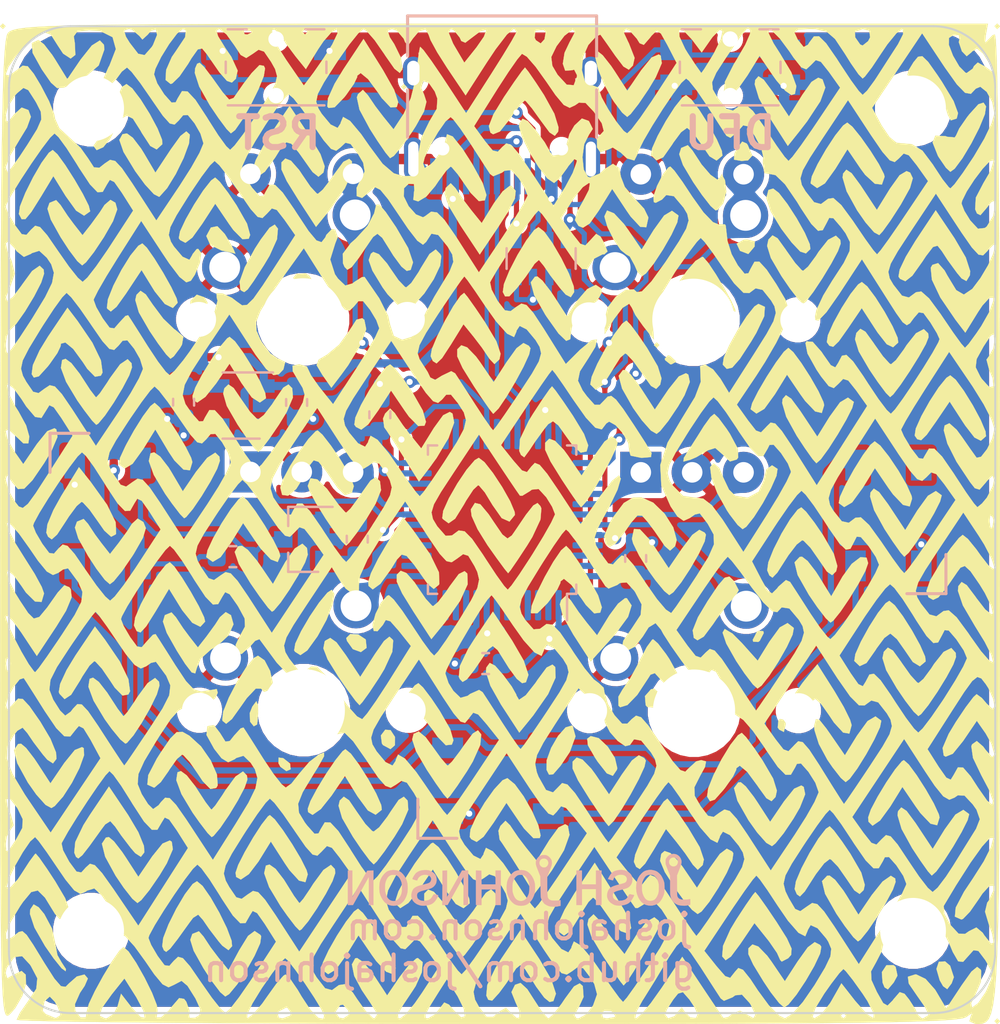
<source format=kicad_pcb>
(kicad_pcb (version 20171130) (host pcbnew 5.1.6-c6e7f7d~86~ubuntu20.04.1)
  (title_block (rev 0) (company "Josh Johnson"))
  (layers (0 F.Cu signal) (31 B.Cu signal) (34 B.Paste user) (35 F.Paste user) (36 B.SilkS user) (37 F.SilkS user hide) (38 B.Mask user) (39 F.Mask user) (44 Edge.Cuts user))
  (net 0 "")
  (net 1 VBUS)
  (net 2 GND)
  (net 3 /nRST)
  (net 4 +3V3)
  (net 5 /USB_D+)
  (net 6 "Net-(J1-PadA5)")
  (net 7 /USB_D-)
  (net 8 "Net-(J1-PadB5)")
  (net 9 /BOOT0)
  (net 10 /KEY_1)
  (net 11 /KEY_3)
  (net 12 /KEY_4)
  (net 13 /KEY_2)
  (net 14 "Net-(D1-Pad2)")
  (net 15 "Net-(D1-Pad4)")
  (net 16 "Net-(D2-Pad2)")
  (net 17 /LED)
  (net 18 /ENC_2_A)
  (net 19 /ENC_2_B)
  (net 20 /ENC_1_A)
  (net 21 /ENC_1_B)
  (module josh-logos:josh-johnson-logo-17x3 (layer B.Cu) (at 78.8 129.5 180)
    (fp_text reference LOGO1 hide)
    (fp_text value Josh-Logo hide)
  )
  (module Resistor_SMD:R_0603_1608Metric (layer B.Cu) (at 64.9 113.8)
    (fp_text reference R2 hide)
    (fp_text value 10K)
    (pad 2 smd roundrect (at 0.7875 0) (size 0.875 0.95) (layers B.Cu B.Paste B.Mask) (net 15 "Net-(D1-Pad4)"))
    (pad 1 smd roundrect (at -0.7875 0) (size 0.875 0.95) (layers B.Cu B.Paste B.Mask) (net 1 VBUS))
  )
  (module Resistor_SMD:R_0603_1608Metric (layer B.Cu) (at 70.95 112.95 270)
    (fp_text reference R1 hide)
    (fp_text value 10K)
    (pad 2 smd roundrect (at 0.7875 0 270) (size 0.875 0.95) (layers B.Cu B.Paste B.Mask) (net 17 /LED))
    (pad 1 smd roundrect (at -0.7875 0 270) (size 0.875 0.95) (layers B.Cu B.Paste B.Mask) (net 4 +3V3))
  )
  (module Resistor_SMD:R_Array_Convex_4x0603 (layer B.Cu) (at 79.9 99.3 90)
    (fp_text reference RN1 hide)
    (fp_text value 5K1)
    (pad 1 smd rect (at -0.9 1.2 90) (size 0.8 0.5) (layers B.Cu B.Paste B.Mask) (net 4 +3V3))
    (pad 3 smd rect (at -0.9 -0.4 90) (size 0.8 0.4) (layers B.Cu B.Paste B.Mask) (net 2 GND))
    (pad 2 smd rect (at -0.9 0.4 90) (size 0.8 0.4) (layers B.Cu B.Paste B.Mask) (net 2 GND))
    (pad 4 smd rect (at -0.9 -1.2 90) (size 0.8 0.5) (layers B.Cu B.Paste B.Mask) (net 2 GND))
    (pad 7 smd rect (at 0.9 0.4 90) (size 0.8 0.4) (layers B.Cu B.Paste B.Mask) (net 9 /BOOT0))
    (pad 8 smd rect (at 0.9 1.2 90) (size 0.8 0.5) (layers B.Cu B.Paste B.Mask) (net 3 /nRST))
    (pad 6 smd rect (at 0.9 -0.4 90) (size 0.8 0.4) (layers B.Cu B.Paste B.Mask) (net 8 "Net-(J1-PadB5)"))
    (pad 5 smd rect (at 0.9 -1.2 90) (size 0.8 0.5) (layers B.Cu B.Paste B.Mask) (net 6 "Net-(J1-PadA5)"))
  )
  (module josh-keyboard:MX_KEYSWITCH_ENCODER (layer F.Cu) (at 68.25 102.28)
    (fp_text reference SW4 hide)
    (fp_text value Rotary_Encoder_MX)
    (pad S1 thru_hole circle (at 2.5 -7.1 90) (size 2 2) (drill 1) (layers *.Cu *.Mask) (net 13 /KEY_2))
    (pad S2 thru_hole circle (at -2.5 -7.1 90) (size 2 2) (drill 1) (layers *.Cu *.Mask) (net 2 GND))
    (pad B thru_hole circle (at 2.5 7.4 90) (size 2 2) (drill 1) (layers *.Cu *.Mask) (net 19 /ENC_2_B))
    (pad C thru_hole circle (at 0 7.4 90) (size 2 2) (drill 1) (layers *.Cu *.Mask) (net 2 GND))
    (pad A thru_hole rect (at -2.5 7.4 90) (size 2 2) (drill 1) (layers *.Cu *.Mask) (net 18 /ENC_2_A))
    (pad S1 thru_hole circle (at 2.6 -5.1) (size 2.2 2.2) (drill 1.5) (layers *.Cu *.Mask) (net 13 /KEY_2))
    (pad S2 thru_hole circle (at -3.75 -2.56) (size 2.2 2.2) (drill 1.5) (layers *.Cu *.Mask) (net 2 GND))
    (pad "" np_thru_hole circle (at 0.06 -0.02) (size 4 4) (drill 4) (layers *.Cu *.Mask))
    (pad "" np_thru_hole circle (at -5.02 -0.02) (size 1.7 1.7) (drill 1.7) (layers *.Cu *.Mask))
    (pad "" np_thru_hole circle (at 5.14 -0.02) (size 1.7 1.7) (drill 1.7) (layers *.Cu *.Mask))
  )
  (module josh-buttons-switches:Panasonic_EVQPUL_EVQPUC (layer B.Cu) (at 67 90 180)
    (fp_text reference SW2 hide)
    (fp_text value SIDE)
    (pad 2 smd rect (at 2.625 -0.85) (size 1.55 1) (layers B.Cu B.Paste B.Mask) (net 3 /nRST))
    (pad 2 smd rect (at -2.625 -0.85) (size 1.55 1) (layers B.Cu B.Paste B.Mask) (net 3 /nRST))
    (pad 1 smd rect (at -2.625 0.85) (size 1.55 1) (layers B.Cu B.Paste B.Mask) (net 2 GND))
    (pad 1 smd rect (at 2.625 0.85) (size 1.55 1) (layers B.Cu B.Paste B.Mask) (net 2 GND))
    (pad "" np_thru_hole circle (at 0 -1.375) (size 0.75 0.75) (drill 0.75) (layers *.Cu *.Mask))
    (pad "" np_thru_hole circle (at 0 1.375) (size 0.75 0.75) (drill 0.75) (layers *.Cu *.Mask))
  )
  (module josh-buttons-switches:Panasonic_EVQPUL_EVQPUC (layer B.Cu) (at 89.1 90 180)
    (fp_text reference SW1 hide)
    (fp_text value SIDE)
    (pad 2 smd rect (at 2.625 -0.85) (size 1.55 1) (layers B.Cu B.Paste B.Mask) (net 4 +3V3))
    (pad 2 smd rect (at -2.625 -0.85) (size 1.55 1) (layers B.Cu B.Paste B.Mask) (net 4 +3V3))
    (pad 1 smd rect (at -2.625 0.85) (size 1.55 1) (layers B.Cu B.Paste B.Mask) (net 9 /BOOT0))
    (pad 1 smd rect (at 2.625 0.85) (size 1.55 1) (layers B.Cu B.Paste B.Mask) (net 9 /BOOT0))
    (pad "" np_thru_hole circle (at 0 -1.375) (size 0.75 0.75) (drill 0.75) (layers *.Cu *.Mask))
    (pad "" np_thru_hole circle (at 0 1.375) (size 0.75 0.75) (drill 0.75) (layers *.Cu *.Mask))
  )
  (module art:pattern_top (layer F.Cu) (at 77.9 112.2)
    (fp_text reference LOGO4 hide)
    (fp_text value F-Silk-Art hide)
  )
  (module josh-logos:OSHW_Logo_3.6x3.6_F.Mask (layer B.Cu) (at 66.6 131.4 180)
    (fp_text reference LOGO3 hide)
    (fp_text value "OSHW Logo" hide)
  )
  (module josh-logos:josh-details (layer B.Cu) (at 80.1 131.8 180)
    (fp_text reference LOGO2 hide)
    (fp_text value Josh-Details)
    (fp_text user github.com/joshajohnson (at 4.6736 -2.032) (layer B.SilkS) (effects (font (size 1.25 1.25) (thickness 0.2)) (justify mirror)))
    (fp_text user joshajohnson.com (at 1.3 0) (layer B.SilkS) (effects (font (size 1.25 1.25) (thickness 0.2)) (justify mirror)))
  )
  (module josh-keyboard:MX_KEYSWITCH_ENCODER (layer F.Cu) (at 87.25 102.3)
    (fp_text reference SW7 hide)
    (fp_text value Rotary_Encoder_MX)
    (pad S1 thru_hole circle (at 2.5 -7.1 90) (size 2 2) (drill 1) (layers *.Cu *.Mask) (net 10 /KEY_1))
    (pad S2 thru_hole circle (at -2.5 -7.1 90) (size 2 2) (drill 1) (layers *.Cu *.Mask) (net 2 GND))
    (pad B thru_hole circle (at 2.5 7.4 90) (size 2 2) (drill 1) (layers *.Cu *.Mask) (net 21 /ENC_1_B))
    (pad C thru_hole circle (at 0 7.4 90) (size 2 2) (drill 1) (layers *.Cu *.Mask) (net 2 GND))
    (pad A thru_hole rect (at -2.5 7.4 90) (size 2 2) (drill 1) (layers *.Cu *.Mask) (net 20 /ENC_1_A))
    (pad S1 thru_hole circle (at 2.6 -5.1) (size 2.2 2.2) (drill 1.5) (layers *.Cu *.Mask) (net 10 /KEY_1))
    (pad S2 thru_hole circle (at -3.75 -2.56) (size 2.2 2.2) (drill 1.5) (layers *.Cu *.Mask) (net 2 GND))
    (pad "" np_thru_hole circle (at 0.06 -0.02) (size 4 4) (drill 4) (layers *.Cu *.Mask))
    (pad "" np_thru_hole circle (at -5.02 -0.02) (size 1.7 1.7) (drill 1.7) (layers *.Cu *.Mask))
    (pad "" np_thru_hole circle (at 5.14 -0.02) (size 1.7 1.7) (drill 1.7) (layers *.Cu *.Mask))
  )
  (module josh-keyboard:MX_KEYSWITCH (layer F.Cu) (at 68.29 121.29)
    (fp_text reference SW5 hide)
    (fp_text value CHERRY_MX)
    (pad 1 thru_hole circle (at 2.6 -5.1) (size 2.2 2.2) (drill 1.5) (layers *.Cu *.Mask) (net 11 /KEY_3))
    (pad 2 thru_hole circle (at -3.75 -2.56) (size 2.2 2.2) (drill 1.5) (layers *.Cu *.Mask) (net 2 GND))
    (pad "" np_thru_hole circle (at 0.06 -0.02) (size 4 4) (drill 4) (layers *.Cu *.Mask))
    (pad "" np_thru_hole circle (at -5.02 -0.02) (size 1.7 1.7) (drill 1.7) (layers *.Cu *.Mask))
    (pad "" np_thru_hole circle (at 5.14 -0.02) (size 1.7 1.7) (drill 1.7) (layers *.Cu *.Mask))
  )
  (module josh-keyboard:MX_KEYSWITCH (layer F.Cu) (at 87.28 121.31)
    (fp_text reference SW3 hide)
    (fp_text value CHERRY_MX)
    (pad 1 thru_hole circle (at 2.6 -5.1) (size 2.2 2.2) (drill 1.5) (layers *.Cu *.Mask) (net 12 /KEY_4))
    (pad 2 thru_hole circle (at -3.75 -2.56) (size 2.2 2.2) (drill 1.5) (layers *.Cu *.Mask) (net 2 GND))
    (pad "" np_thru_hole circle (at 0.06 -0.02) (size 4 4) (drill 4) (layers *.Cu *.Mask))
    (pad "" np_thru_hole circle (at -5.02 -0.02) (size 1.7 1.7) (drill 1.7) (layers *.Cu *.Mask))
    (pad "" np_thru_hole circle (at 5.14 -0.02) (size 1.7 1.7) (drill 1.7) (layers *.Cu *.Mask))
  )
  (module josh-connectors:USB_C_U262-161N-4BVC11 (layer B.Cu) (at 78 92.15)
    (fp_text reference J1 hide)
    (fp_text value USB_C_Receptacle_USB2.0)
    (pad S1 thru_hole oval (at -4.32 -1.87) (size 1 1.6) (drill oval 0.6 1.2) (layers *.Cu *.Mask B.Paste) (net 2 GND))
    (pad S1 thru_hole oval (at 4.32 -1.87) (size 1 1.6) (drill oval 0.6 1.2) (layers *.Cu *.Mask B.Paste) (net 2 GND))
    (pad S1 thru_hole oval (at -4.32 2.31) (size 0.9 2.1) (drill oval 0.5 1.7) (layers *.Cu *.Mask B.Paste) (net 2 GND))
    (pad S1 thru_hole oval (at 4.32 2.31) (size 0.9 2.1) (drill oval 0.5 1.7) (layers *.Cu *.Mask B.Paste) (net 2 GND))
    (pad "" np_thru_hole circle (at -2.89 1.81) (size 0.65 0.65) (drill 0.65) (layers *.Cu *.Mask) (clearance 0.01))
    (pad "" np_thru_hole circle (at 2.89 1.81) (size 0.65 0.65) (drill 0.65) (layers *.Cu *.Mask) (clearance 0.01))
    (pad A7 smd rect (at 0.25 3.15) (size 0.3 1.75) (layers B.Cu B.Paste B.Mask) (net 7 /USB_D-))
    (pad B6 smd rect (at 0.75 3.15) (size 0.3 1.75) (layers B.Cu B.Paste B.Mask) (net 5 /USB_D+))
    (pad A8 smd rect (at 1.25 3.15) (size 0.3 1.75) (layers B.Cu B.Paste B.Mask))
    (pad B5 smd rect (at 1.75 3.15) (size 0.3 1.75) (layers B.Cu B.Paste B.Mask) (net 8 "Net-(J1-PadB5)"))
    (pad B7 smd rect (at -0.75 3.15) (size 0.3 1.75) (layers B.Cu B.Paste B.Mask) (net 7 /USB_D-))
    (pad B8 smd rect (at -1.75 3.15) (size 0.3 1.75) (layers B.Cu B.Paste B.Mask))
    (pad A5 smd rect (at -1.25 3.15) (size 0.3 1.75) (layers B.Cu B.Paste B.Mask) (net 6 "Net-(J1-PadA5)"))
    (pad A6 smd rect (at -0.25 3.15) (size 0.3 1.75) (layers B.Cu B.Paste B.Mask) (net 5 /USB_D+))
    (pad A1 smd rect (at -3.35 3.15) (size 0.3 1.75) (layers B.Cu B.Paste B.Mask) (net 2 GND) (clearance 0.01))
    (pad B12 smd rect (at -3.05 3.15) (size 0.3 1.75) (layers B.Cu B.Paste B.Mask) (net 2 GND) (clearance 0.01))
    (pad A4 smd rect (at -2.55 3.15) (size 0.3 1.75) (layers B.Cu B.Paste B.Mask) (net 1 VBUS) (clearance 0.01))
    (pad B9 smd rect (at -2.25 3.15) (size 0.3 1.75) (layers B.Cu B.Paste B.Mask) (net 1 VBUS) (clearance 0.01))
    (pad A9 smd rect (at 2.55 3.15) (size 0.3 1.75) (layers B.Cu B.Paste B.Mask) (net 1 VBUS) (clearance 0.01))
    (pad B4 smd rect (at 2.25 3.15) (size 0.3 1.75) (layers B.Cu B.Paste B.Mask) (net 1 VBUS) (clearance 0.01))
    (pad B1 smd rect (at 3.05 3.15) (size 0.3 1.75) (layers B.Cu B.Paste B.Mask) (net 2 GND) (clearance 0.01))
    (pad A12 smd rect (at 3.35 3.15) (size 0.3 1.75) (layers B.Cu B.Paste B.Mask) (net 2 GND) (clearance 0.01))
  )
  (module LED_SMD:LED_WS2812B_PLCC4_5.0x5.0mm_P3.2mm (layer B.Cu) (at 96.8 111.8 270)
    (fp_text reference D3 hide)
    (fp_text value WS2812B)
    (pad 3 smd rect (at 2.45 -1.6 270) (size 1.5 1) (layers B.Cu B.Paste B.Mask) (net 2 GND))
    (pad 4 smd rect (at 2.45 1.6 270) (size 1.5 1) (layers B.Cu B.Paste B.Mask) (net 16 "Net-(D2-Pad2)"))
    (pad 2 smd rect (at -2.45 -1.6 270) (size 1.5 1) (layers B.Cu B.Paste B.Mask))
    (pad 1 smd rect (at -2.45 1.6 270) (size 1.5 1) (layers B.Cu B.Paste B.Mask) (net 1 VBUS))
  )
  (module LED_SMD:LED_WS2812B_PLCC4_5.0x5.0mm_P3.2mm (layer B.Cu) (at 58.8 111.7 90)
    (fp_text reference D1 hide)
    (fp_text value WS2812B)
    (pad 1 smd rect (at -2.45 1.6 90) (size 1.5 1) (layers B.Cu B.Paste B.Mask) (net 1 VBUS))
    (pad 2 smd rect (at -2.45 -1.6 90) (size 1.5 1) (layers B.Cu B.Paste B.Mask) (net 14 "Net-(D1-Pad2)"))
    (pad 4 smd rect (at 2.45 1.6 90) (size 1.5 1) (layers B.Cu B.Paste B.Mask) (net 15 "Net-(D1-Pad4)"))
    (pad 3 smd rect (at 2.45 -1.6 90) (size 1.5 1) (layers B.Cu B.Paste B.Mask) (net 2 GND))
  )
  (module LED_SMD:LED_WS2812B_PLCC4_5.0x5.0mm_P3.2mm (layer B.Cu) (at 77.8 124.7 180)
    (fp_text reference D2 hide)
    (fp_text value WS2812B)
    (pad 1 smd rect (at -2.45 1.6 180) (size 1.5 1) (layers B.Cu B.Paste B.Mask) (net 1 VBUS))
    (pad 2 smd rect (at -2.45 -1.6 180) (size 1.5 1) (layers B.Cu B.Paste B.Mask) (net 16 "Net-(D2-Pad2)"))
    (pad 4 smd rect (at 2.45 1.6 180) (size 1.5 1) (layers B.Cu B.Paste B.Mask) (net 14 "Net-(D1-Pad2)"))
    (pad 3 smd rect (at 2.45 -1.6 180) (size 1.5 1) (layers B.Cu B.Paste B.Mask) (net 2 GND))
  )
  (module Package_TO_SOT_SMD:SOT-23 (layer B.Cu) (at 68.35 112.96 180)
    (fp_text reference Q1 hide)
    (fp_text value BSS138)
    (pad 3 smd rect (at 1 0 180) (size 0.9 0.8) (layers B.Cu B.Paste B.Mask) (net 15 "Net-(D1-Pad4)"))
    (pad 2 smd rect (at -1 -0.95 180) (size 0.9 0.8) (layers B.Cu B.Paste B.Mask) (net 17 /LED))
    (pad 1 smd rect (at -1 0.95 180) (size 0.9 0.8) (layers B.Cu B.Paste B.Mask) (net 4 +3V3))
  )
  (module MountingHole:MountingHole_3.2mm_M3 (layer F.Cu) (at 98 132)
    (fp_text reference H4 hide)
    (fp_text value M3)
    (pad 1 np_thru_hole circle (at 0 0) (size 3.2 3.2) (drill 3.2) (layers *.Cu *.Mask))
  )
  (module MountingHole:MountingHole_3.2mm_M3 (layer F.Cu) (at 58 132)
    (fp_text reference H3 hide)
    (fp_text value M3)
    (pad 1 np_thru_hole circle (at 0 0) (size 3.2 3.2) (drill 3.2) (layers *.Cu *.Mask))
  )
  (module MountingHole:MountingHole_3.2mm_M3 (layer F.Cu) (at 98 92)
    (fp_text reference H2 hide)
    (fp_text value M3)
    (pad 1 np_thru_hole circle (at 0 0) (size 3.2 3.2) (drill 3.2) (layers *.Cu *.Mask))
  )
  (module MountingHole:MountingHole_3.2mm_M3 (layer F.Cu) (at 58 92)
    (fp_text reference H1 hide)
    (fp_text value M3)
    (pad 1 np_thru_hole circle (at 0 0) (size 3.2 3.2) (drill 3.2) (layers *.Cu *.Mask))
  )
  (module Package_QFP:LQFP-48_7x7mm_P0.5mm (layer B.Cu) (at 78 112 90)
    (fp_text reference U2 hide)
    (fp_text value STM32F072C8Tx)
    (pad 1 smd roundrect (at -4.1625 2.75 90) (size 1.475 0.3) (layers B.Cu B.Paste B.Mask) (net 4 +3V3))
    (pad 2 smd roundrect (at -4.1625 2.25 90) (size 1.475 0.3) (layers B.Cu B.Paste B.Mask))
    (pad 3 smd roundrect (at -4.1625 1.75 90) (size 1.475 0.3) (layers B.Cu B.Paste B.Mask))
    (pad 4 smd roundrect (at -4.1625 1.25 90) (size 1.475 0.3) (layers B.Cu B.Paste B.Mask))
    (pad 5 smd roundrect (at -4.1625 0.75 90) (size 1.475 0.3) (layers B.Cu B.Paste B.Mask))
    (pad 6 smd roundrect (at -4.1625 0.25 90) (size 1.475 0.3) (layers B.Cu B.Paste B.Mask))
    (pad 7 smd roundrect (at -4.1625 -0.25 90) (size 1.475 0.3) (layers B.Cu B.Paste B.Mask) (net 3 /nRST))
    (pad 8 smd roundrect (at -4.1625 -0.75 90) (size 1.475 0.3) (layers B.Cu B.Paste B.Mask) (net 2 GND))
    (pad 9 smd roundrect (at -4.1625 -1.25 90) (size 1.475 0.3) (layers B.Cu B.Paste B.Mask) (net 4 +3V3))
    (pad 10 smd roundrect (at -4.1625 -1.75 90) (size 1.475 0.3) (layers B.Cu B.Paste B.Mask))
    (pad 11 smd roundrect (at -4.1625 -2.25 90) (size 1.475 0.3) (layers B.Cu B.Paste B.Mask))
    (pad 12 smd roundrect (at -4.1625 -2.75 90) (size 1.475 0.3) (layers B.Cu B.Paste B.Mask))
    (pad 13 smd roundrect (at -2.75 -4.1625 90) (size 0.3 1.475) (layers B.Cu B.Paste B.Mask) (net 11 /KEY_3))
    (pad 14 smd roundrect (at -2.25 -4.1625 90) (size 0.3 1.475) (layers B.Cu B.Paste B.Mask))
    (pad 15 smd roundrect (at -1.75 -4.1625 90) (size 0.3 1.475) (layers B.Cu B.Paste B.Mask))
    (pad 16 smd roundrect (at -1.25 -4.1625 90) (size 0.3 1.475) (layers B.Cu B.Paste B.Mask))
    (pad 17 smd roundrect (at -0.75 -4.1625 90) (size 0.3 1.475) (layers B.Cu B.Paste B.Mask))
    (pad 18 smd roundrect (at -0.25 -4.1625 90) (size 0.3 1.475) (layers B.Cu B.Paste B.Mask))
    (pad 19 smd roundrect (at 0.25 -4.1625 90) (size 0.3 1.475) (layers B.Cu B.Paste B.Mask) (net 18 /ENC_2_A))
    (pad 20 smd roundrect (at 0.75 -4.1625 90) (size 0.3 1.475) (layers B.Cu B.Paste B.Mask) (net 19 /ENC_2_B))
    (pad 21 smd roundrect (at 1.25 -4.1625 90) (size 0.3 1.475) (layers B.Cu B.Paste B.Mask))
    (pad 22 smd roundrect (at 1.75 -4.1625 90) (size 0.3 1.475) (layers B.Cu B.Paste B.Mask))
    (pad 23 smd roundrect (at 2.25 -4.1625 90) (size 0.3 1.475) (layers B.Cu B.Paste B.Mask) (net 2 GND))
    (pad 24 smd roundrect (at 2.75 -4.1625 90) (size 0.3 1.475) (layers B.Cu B.Paste B.Mask) (net 4 +3V3))
    (pad 25 smd roundrect (at 4.1625 -2.75 90) (size 1.475 0.3) (layers B.Cu B.Paste B.Mask))
    (pad 26 smd roundrect (at 4.1625 -2.25 90) (size 1.475 0.3) (layers B.Cu B.Paste B.Mask))
    (pad 27 smd roundrect (at 4.1625 -1.75 90) (size 1.475 0.3) (layers B.Cu B.Paste B.Mask))
    (pad 28 smd roundrect (at 4.1625 -1.25 90) (size 1.475 0.3) (layers B.Cu B.Paste B.Mask) (net 17 /LED))
    (pad 29 smd roundrect (at 4.1625 -0.75 90) (size 1.475 0.3) (layers B.Cu B.Paste B.Mask) (net 13 /KEY_2))
    (pad 30 smd roundrect (at 4.1625 -0.25 90) (size 1.475 0.3) (layers B.Cu B.Paste B.Mask))
    (pad 31 smd roundrect (at 4.1625 0.25 90) (size 1.475 0.3) (layers B.Cu B.Paste B.Mask))
    (pad 32 smd roundrect (at 4.1625 0.75 90) (size 1.475 0.3) (layers B.Cu B.Paste B.Mask) (net 7 /USB_D-))
    (pad 33 smd roundrect (at 4.1625 1.25 90) (size 1.475 0.3) (layers B.Cu B.Paste B.Mask) (net 5 /USB_D+))
    (pad 34 smd roundrect (at 4.1625 1.75 90) (size 1.475 0.3) (layers B.Cu B.Paste B.Mask))
    (pad 35 smd roundrect (at 4.1625 2.25 90) (size 1.475 0.3) (layers B.Cu B.Paste B.Mask) (net 2 GND))
    (pad 36 smd roundrect (at 4.1625 2.75 90) (size 1.475 0.3) (layers B.Cu B.Paste B.Mask) (net 4 +3V3))
    (pad 37 smd roundrect (at 2.75 4.1625 90) (size 0.3 1.475) (layers B.Cu B.Paste B.Mask) (net 10 /KEY_1))
    (pad 38 smd roundrect (at 2.25 4.1625 90) (size 0.3 1.475) (layers B.Cu B.Paste B.Mask))
    (pad 39 smd roundrect (at 1.75 4.1625 90) (size 0.3 1.475) (layers B.Cu B.Paste B.Mask))
    (pad 40 smd roundrect (at 1.25 4.1625 90) (size 0.3 1.475) (layers B.Cu B.Paste B.Mask))
    (pad 41 smd roundrect (at 0.75 4.1625 90) (size 0.3 1.475) (layers B.Cu B.Paste B.Mask) (net 20 /ENC_1_A))
    (pad 42 smd roundrect (at 0.25 4.1625 90) (size 0.3 1.475) (layers B.Cu B.Paste B.Mask) (net 21 /ENC_1_B))
    (pad 43 smd roundrect (at -0.25 4.1625 90) (size 0.3 1.475) (layers B.Cu B.Paste B.Mask) (net 12 /KEY_4))
    (pad 44 smd roundrect (at -0.75 4.1625 90) (size 0.3 1.475) (layers B.Cu B.Paste B.Mask) (net 9 /BOOT0))
    (pad 45 smd roundrect (at -1.25 4.1625 90) (size 0.3 1.475) (layers B.Cu B.Paste B.Mask))
    (pad 46 smd roundrect (at -1.75 4.1625 90) (size 0.3 1.475) (layers B.Cu B.Paste B.Mask))
    (pad 47 smd roundrect (at -2.25 4.1625 90) (size 0.3 1.475) (layers B.Cu B.Paste B.Mask) (net 2 GND))
    (pad 48 smd roundrect (at -2.75 4.1625 90) (size 0.3 1.475) (layers B.Cu B.Paste B.Mask) (net 4 +3V3))
  )
  (module Package_TO_SOT_SMD:SOT-23-5 (layer B.Cu) (at 65.3 106.45 180)
    (fp_text reference U1 hide)
    (fp_text value AP2112K-3.3)
    (pad 1 smd rect (at -1.1 0.95 180) (size 1.06 0.65) (layers B.Cu B.Paste B.Mask) (net 1 VBUS))
    (pad 2 smd rect (at -1.1 0 180) (size 1.06 0.65) (layers B.Cu B.Paste B.Mask) (net 2 GND))
    (pad 3 smd rect (at -1.1 -0.95 180) (size 1.06 0.65) (layers B.Cu B.Paste B.Mask) (net 1 VBUS))
    (pad 4 smd rect (at 1.1 -0.95 180) (size 1.06 0.65) (layers B.Cu B.Paste B.Mask))
    (pad 5 smd rect (at 1.1 0.95 180) (size 1.06 0.65) (layers B.Cu B.Paste B.Mask) (net 4 +3V3))
  )
  (module Capacitor_SMD:C_0603_1608Metric (layer B.Cu) (at 84.5 113.8875 90)
    (fp_text reference C5 hide)
    (fp_text value 100n)
    (pad 2 smd roundrect (at 0.7875 0 90) (size 0.875 0.95) (layers B.Cu B.Paste B.Mask) (net 2 GND))
    (pad 1 smd roundrect (at -0.7875 0 90) (size 0.875 0.95) (layers B.Cu B.Paste B.Mask) (net 4 +3V3))
  )
  (module Capacitor_SMD:C_0603_1608Metric (layer B.Cu) (at 72.05 106.9 90)
    (fp_text reference C4 hide)
    (fp_text value 100n)
    (pad 2 smd roundrect (at 0.7875 0 90) (size 0.875 0.95) (layers B.Cu B.Paste B.Mask) (net 2 GND))
    (pad 1 smd roundrect (at -0.7875 0 90) (size 0.875 0.95) (layers B.Cu B.Paste B.Mask) (net 4 +3V3))
  )
  (module Capacitor_SMD:C_0603_1608Metric (layer B.Cu) (at 62.5 106.2875 90)
    (fp_text reference C3 hide)
    (fp_text value 1u)
    (pad 2 smd roundrect (at 0.7875 0 90) (size 0.875 0.95) (layers B.Cu B.Paste B.Mask) (net 4 +3V3))
    (pad 1 smd roundrect (at -0.7875 0 90) (size 0.875 0.95) (layers B.Cu B.Paste B.Mask) (net 2 GND))
  )
  (module Capacitor_SMD:C_0603_1608Metric (layer B.Cu) (at 77.2 119 180)
    (fp_text reference C2 hide)
    (fp_text value 100n)
    (pad 2 smd roundrect (at 0.7875 0 180) (size 0.875 0.95) (layers B.Cu B.Paste B.Mask) (net 2 GND))
    (pad 1 smd roundrect (at -0.7875 0 180) (size 0.875 0.95) (layers B.Cu B.Paste B.Mask) (net 3 /nRST))
  )
  (module Capacitor_SMD:C_0603_1608Metric (layer B.Cu) (at 68 106.3 90)
    (fp_text reference C1 hide)
    (fp_text value 1u)
    (pad 2 smd roundrect (at 0.7875 0 90) (size 0.875 0.95) (layers B.Cu B.Paste B.Mask) (net 1 VBUS))
    (pad 1 smd roundrect (at -0.7875 0 90) (size 0.875 0.95) (layers B.Cu B.Paste B.Mask) (net 2 GND))
  )
  (gr_line (start 73.9 127.5) (end 75.8 127.5) (layer B.SilkS) (width 0.15))
  (gr_line (start 73.9 125.6) (end 73.9 127.5) (layer B.SilkS) (width 0.15))
  (gr_line (start 57.9 107.8) (end 56 107.8) (layer B.SilkS) (width 0.15))
  (gr_line (start 56 107.8) (end 56 109.7) (layer B.SilkS) (width 0.15))
  (gr_line (start 99.6 115.6) (end 99.6 113.7) (layer B.SilkS) (width 0.15))
  (gr_line (start 97.7 115.6) (end 99.6 115.6) (layer B.SilkS) (width 0.15))
  (gr_text DFU (at 89.1 93.2) (layer B.SilkS) (effects (font (size 1.5 1.5) (thickness 0.3)) (justify mirror)))
  (gr_text RST (at 67.1 93.2) (layer B.SilkS) (effects (font (size 1.5 1.5) (thickness 0.3)) (justify mirror)))
  (gr_arc (start 57 133) (end 54 133) (angle -90) (layer Edge.Cuts) (width 0.1))
  (gr_line (start 57 136) (end 99 136) (layer Edge.Cuts) (width 0.1))
  (gr_arc (start 57 91) (end 57 88) (angle -90) (layer Edge.Cuts) (width 0.1))
  (gr_line (start 54 91) (end 54 133) (layer Edge.Cuts) (width 0.1))
  (gr_arc (start 99 91) (end 102 91) (angle -90) (layer Edge.Cuts) (width 0.1))
  (gr_line (start 99 88) (end 57 88) (layer Edge.Cuts) (width 0.1))
  (gr_arc (start 99 133) (end 99 136) (angle -90) (layer Edge.Cuts) (width 0.1))
  (gr_line (start 102 133) (end 102 91) (layer Edge.Cuts) (width 0.1))
  (segment (start 75.75 96.25) (end 75.75 95.3) (width 0.3) (layer B.Cu) (net 1))
  (segment (start 75.6 96.4) (end 75.75 96.25) (width 0.3) (layer B.Cu) (net 1))
  (segment (start 75.45 96.25) (end 75.45 95.3) (width 0.3) (layer B.Cu) (net 1))
  (segment (start 75.6 96.4) (end 75.45 96.25) (width 0.3) (layer B.Cu) (net 1))
  (segment (start 67.9875 105.5) (end 68 105.5125) (width 0.4) (layer B.Cu) (net 1))
  (segment (start 66.4 105.5) (end 67.9875 105.5) (width 0.4) (layer B.Cu) (net 1))
  (segment (start 65.774998 105.5) (end 66.4 105.5) (width 0.4) (layer B.Cu) (net 1))
  (segment (start 65.469999 105.804999) (end 65.774998 105.5) (width 0.4) (layer B.Cu) (net 1))
  (via (at 75.6 96.4) (size 0.6) (drill 0.3) (layers F.Cu B.Cu) (net 1))
  (segment (start 65.469999 106.430001) (end 65.469999 105.804999) (width 0.4) (layer B.Cu) (net 1))
  (segment (start 65.469999 107.269999) (end 65.469999 106.430001) (width 0.4) (layer B.Cu) (net 1))
  (segment (start 65.6 107.4) (end 65.469999 107.269999) (width 0.4) (layer B.Cu) (net 1))
  (segment (start 66.4 107.4) (end 65.6 107.4) (width 0.4) (layer B.Cu) (net 1))
  (segment (start 79.012002 92.949998) (end 77.050002 92.949998) (width 0.3) (layer B.Cu) (net 1))
  (segment (start 77.050002 92.949998) (end 75.75 94.25) (width 0.3) (layer B.Cu) (net 1))
  (segment (start 80.25 95.3) (end 80.25 94.187996) (width 0.3) (layer B.Cu) (net 1))
  (segment (start 80.25 94.187996) (end 79.012002 92.949998) (width 0.3) (layer B.Cu) (net 1))
  (segment (start 75.75 94.25) (end 75.75 95.3) (width 0.3) (layer B.Cu) (net 1))
  (segment (start 80.25 96.249998) (end 80.4 96.399998) (width 0.3) (layer B.Cu) (net 1))
  (segment (start 80.55 95.3) (end 80.55 96.249998) (width 0.3) (layer B.Cu) (net 1))
  (segment (start 80.25 95.3) (end 80.25 96.249998) (width 0.3) (layer B.Cu) (net 1))
  (via (at 80.4 96.399998) (size 0.6) (drill 0.3) (layers F.Cu B.Cu) (net 1))
  (segment (start 80.55 96.249998) (end 80.4 96.399998) (width 0.3) (layer B.Cu) (net 1))
  (segment (start 62.95 114.15) (end 60.4 114.15) (width 0.25) (layer B.Cu) (net 1))
  (segment (start 63.3 113.8) (end 62.95 114.15) (width 0.25) (layer B.Cu) (net 1))
  (segment (start 64.025 113.8) (end 63.3 113.8) (width 0.25) (layer B.Cu) (net 1))
  (segment (start 66.4 105.5) (end 66.4 104.8) (width 0.4) (layer B.Cu) (net 1))
  (via (at 64.2 104.1) (size 0.6) (drill 0.3) (layers F.Cu B.Cu) (net 1))
  (segment (start 65.7 104.1) (end 64.2 104.1) (width 0.4) (layer B.Cu) (net 1))
  (segment (start 66.4 104.8) (end 65.7 104.1) (width 0.4) (layer B.Cu) (net 1))
  (segment (start 64.2 104.1) (end 61.1 104.1) (width 0.4) (layer F.Cu) (net 1))
  (via (at 59.1 109.6) (size 0.6) (drill 0.3) (layers F.Cu B.Cu) (net 1))
  (segment (start 59.1 106.1) (end 59.1 109.6) (width 0.4) (layer F.Cu) (net 1))
  (segment (start 61.1 104.1) (end 59.1 106.1) (width 0.4) (layer F.Cu) (net 1))
  (segment (start 59.1 109.6) (end 59.1 111.6) (width 0.4) (layer B.Cu) (net 1))
  (segment (start 60.4 112.9) (end 60.4 114.15) (width 0.4) (layer B.Cu) (net 1))
  (segment (start 59.1 111.6) (end 60.4 112.9) (width 0.4) (layer B.Cu) (net 1))
  (segment (start 68 105.5125) (end 69.6875 105.5125) (width 0.4) (layer B.Cu) (net 1))
  (segment (start 69.6875 105.5125) (end 70.800002 104.399998) (width 0.4) (layer B.Cu) (net 1))
  (segment (start 70.800002 104.399998) (end 74.100002 104.399998) (width 0.4) (layer B.Cu) (net 1))
  (segment (start 74.100002 104.399998) (end 75.6 102.9) (width 0.4) (layer B.Cu) (net 1))
  (segment (start 75.6 102.9) (end 75.6 96.4) (width 0.4) (layer B.Cu) (net 1))
  (segment (start 94.4 109.35) (end 95.2 109.35) (width 0.3) (layer B.Cu) (net 1))
  (segment (start 94 117.092878) (end 94 109.75) (width 0.3) (layer B.Cu) (net 1))
  (segment (start 90.199991 120.892887) (end 94 117.092878) (width 0.3) (layer B.Cu) (net 1))
  (segment (start 90.19999 122.70001) (end 90.199991 120.892887) (width 0.3) (layer B.Cu) (net 1))
  (segment (start 89 123.9) (end 90.19999 122.70001) (width 0.3) (layer B.Cu) (net 1))
  (segment (start 85.85 123.9) (end 89 123.9) (width 0.3) (layer B.Cu) (net 1))
  (segment (start 94 109.75) (end 94.4 109.35) (width 0.3) (layer B.Cu) (net 1))
  (segment (start 85.05 123.1) (end 85.85 123.9) (width 0.3) (layer B.Cu) (net 1))
  (segment (start 80.25 123.1) (end 85.05 123.1) (width 0.3) (layer B.Cu) (net 1))
  (segment (start 60.4 121) (end 60.4 114.15) (width 0.3) (layer B.Cu) (net 1))
  (segment (start 63.6 124.2) (end 60.4 121) (width 0.3) (layer B.Cu) (net 1))
  (segment (start 72.392878 124.2) (end 63.6 124.2) (width 0.3) (layer B.Cu) (net 1))
  (segment (start 76.3 122.1) (end 74.492878 122.1) (width 0.3) (layer B.Cu) (net 1))
  (segment (start 74.492878 122.1) (end 72.392878 124.2) (width 0.3) (layer B.Cu) (net 1))
  (segment (start 77.3 123.1) (end 76.3 122.1) (width 0.3) (layer B.Cu) (net 1))
  (segment (start 80.25 123.1) (end 77.3 123.1) (width 0.3) (layer B.Cu) (net 1))
  (via (at 69.6 89.2) (size 0.6) (drill 0.3) (layers F.Cu B.Cu) (net 2))
  (segment (start 83.35 114.25) (end 84.5 113.1) (width 0.25) (layer B.Cu) (net 2))
  (segment (start 82.1625 114.25) (end 83.35 114.25) (width 0.25) (layer B.Cu) (net 2))
  (segment (start 84.5 113.1) (end 85.3 113.1) (width 0.25) (layer B.Cu) (net 2))
  (via (at 85.3 113.1) (size 0.6) (drill 0.3) (layers F.Cu B.Cu) (net 2))
  (via (at 75.700008 119) (size 0.6) (drill 0.3) (layers F.Cu B.Cu) (net 2))
  (segment (start 76.4125 119) (end 75.700008 119) (width 0.25) (layer B.Cu) (net 2))
  (segment (start 72.05 106.1125) (end 72.05 105.45) (width 0.25) (layer B.Cu) (net 2))
  (via (at 72.05 105.4) (size 0.6) (drill 0.3) (layers F.Cu B.Cu) (net 2))
  (segment (start 72.05 105.45) (end 72.05 105.4) (width 0.25) (layer B.Cu) (net 2))
  (via (at 98.4 113.2) (size 0.6) (drill 0.3) (layers F.Cu B.Cu) (net 2))
  (segment (start 98.4 114.25) (end 98.4 113.2) (width 0.25) (layer B.Cu) (net 2))
  (segment (start 75.35 126.3) (end 76.4 126.3) (width 0.25) (layer B.Cu) (net 2))
  (via (at 76.4 126.3) (size 0.6) (drill 0.3) (layers F.Cu B.Cu) (net 2))
  (via (at 57.2 110.3) (size 0.6) (drill 0.3) (layers F.Cu B.Cu) (net 2))
  (segment (start 57.2 109.25) (end 57.2 110.3) (width 0.25) (layer B.Cu) (net 2))
  (via (at 64.4 89.2) (size 0.6) (drill 0.3) (layers F.Cu B.Cu) (net 2))
  (segment (start 64.375 89.175) (end 64.4 89.2) (width 0.25) (layer B.Cu) (net 2))
  (segment (start 64.375 89.15) (end 64.375 89.175) (width 0.25) (layer B.Cu) (net 2))
  (segment (start 81.48 95.3) (end 82.32 94.46) (width 0.4) (layer B.Cu) (net 2))
  (segment (start 81.35 95.3) (end 81.48 95.3) (width 0.4) (layer B.Cu) (net 2))
  (segment (start 74.52 95.3) (end 73.68 94.46) (width 0.4) (layer B.Cu) (net 2))
  (segment (start 74.65 95.3) (end 74.52 95.3) (width 0.4) (layer B.Cu) (net 2))
  (segment (start 74.65 95.3) (end 74.89999 95.3) (width 0.4) (layer B.Cu) (net 2))
  (segment (start 67.3625 106.45) (end 68 107.0875) (width 0.4) (layer B.Cu) (net 2))
  (segment (start 66.4 106.45) (end 67.3625 106.45) (width 0.4) (layer B.Cu) (net 2))
  (via (at 68.800002 107.1) (size 0.6) (drill 0.3) (layers F.Cu B.Cu) (net 2))
  (segment (start 68 107.0875) (end 68.787502 107.0875) (width 0.4) (layer B.Cu) (net 2))
  (segment (start 68.787502 107.0875) (end 68.800002 107.1) (width 0.4) (layer B.Cu) (net 2))
  (via (at 62.5 107.9) (size 0.6) (drill 0.3) (layers F.Cu B.Cu) (net 2))
  (segment (start 62.5 107.1375) (end 62.5 107.9) (width 0.4) (layer B.Cu) (net 2))
  (via (at 61.7 107.1) (size 0.6) (drill 0.3) (layers F.Cu B.Cu) (net 2))
  (segment (start 61.7375 107.1375) (end 61.7 107.1) (width 0.4) (layer B.Cu) (net 2))
  (segment (start 62.5 107.1375) (end 61.7375 107.1375) (width 0.4) (layer B.Cu) (net 2))
  (via (at 80.09999 106.66902) (size 0.6) (drill 0.3) (layers F.Cu B.Cu) (net 2))
  (segment (start 80.25 107.8375) (end 80.25 106.81903) (width 0.25) (layer B.Cu) (net 2))
  (segment (start 80.25 106.81903) (end 80.09999 106.66902) (width 0.25) (layer B.Cu) (net 2))
  (via (at 77.276776 117.530815) (size 0.6) (drill 0.3) (layers F.Cu B.Cu) (net 2))
  (segment (start 77.25 117.504039) (end 77.276776 117.530815) (width 0.25) (layer B.Cu) (net 2))
  (segment (start 77.25 116.1625) (end 77.25 117.504039) (width 0.25) (layer B.Cu) (net 2))
  (segment (start 80.3 100.3) (end 80.3 101.1) (width 0.25) (layer B.Cu) (net 2))
  (segment (start 80.3 101.1) (end 80.3 101.3) (width 0.25) (layer B.Cu) (net 2))
  (segment (start 79.5 100.3) (end 79.5 101.3) (width 0.25) (layer B.Cu) (net 2))
  (segment (start 78.7 100.3) (end 78.7 101.3) (width 0.25) (layer B.Cu) (net 2))
  (segment (start 78.7 101.3) (end 80.3 101.3) (width 0.25) (layer B.Cu) (net 2))
  (segment (start 79.5 101.3) (end 79.5 101.3) (width 0.25) (layer B.Cu) (net 2))
  (via (at 79.5 101.3) (size 0.6) (drill 0.3) (layers F.Cu B.Cu) (net 2))
  (segment (start 81.05 95.3) (end 81.35 95.3) (width 0.25) (layer B.Cu) (net 2))
  (via (at 72.3 109.6) (size 0.6) (drill 0.3) (layers F.Cu B.Cu) (net 2))
  (segment (start 73.8375 109.75) (end 72.45 109.75) (width 0.25) (layer B.Cu) (net 2))
  (segment (start 72.45 109.75) (end 72.3 109.6) (width 0.25) (layer B.Cu) (net 2))
  (segment (start 64.375 90.85) (end 64.625 90.6) (width 0.25) (layer B.Cu) (net 3))
  (segment (start 69.375 90.6) (end 69.625 90.85) (width 0.25) (layer B.Cu) (net 3))
  (segment (start 64.625 90.6) (end 69.375 90.6) (width 0.25) (layer B.Cu) (net 3))
  (segment (start 77.7875 119) (end 77.901778 118.885722) (width 0.25) (layer B.Cu) (net 3))
  (via (at 78.7 92.2) (size 0.6) (drill 0.3) (layers F.Cu B.Cu) (net 3))
  (segment (start 78.7 92.2) (end 79.5 93) (width 0.25) (layer F.Cu) (net 3))
  (segment (start 81.1 98.4) (end 81.1 97.608902) (width 0.25) (layer B.Cu) (net 3))
  (segment (start 81.304454 96.204454) (end 81.304454 97.404448) (width 0.25) (layer F.Cu) (net 3))
  (segment (start 81.1 97.608902) (end 81.304454 97.404448) (width 0.25) (layer B.Cu) (net 3))
  (segment (start 79.5 93) (end 79.5 94.4) (width 0.25) (layer F.Cu) (net 3))
  (segment (start 79.5 94.4) (end 81.304454 96.204454) (width 0.25) (layer F.Cu) (net 3))
  (via (at 81.304454 97.404448) (size 0.6) (drill 0.3) (layers F.Cu B.Cu) (net 3))
  (segment (start 78 118.9875) (end 77.9875 119) (width 0.25) (layer B.Cu) (net 3))
  (segment (start 78 117.329035) (end 78 118.9875) (width 0.25) (layer B.Cu) (net 3))
  (segment (start 77.75 117.079035) (end 78 117.329035) (width 0.25) (layer B.Cu) (net 3))
  (segment (start 77.75 116.1625) (end 77.75 117.079035) (width 0.25) (layer B.Cu) (net 3))
  (segment (start 79.1 119) (end 80.3 117.8) (width 0.25) (layer B.Cu) (net 3))
  (via (at 80.3 117.8) (size 0.6) (drill 0.3) (layers F.Cu B.Cu) (net 3))
  (segment (start 77.9875 119) (end 79.1 119) (width 0.25) (layer B.Cu) (net 3))
  (segment (start 83.5 101.810998) (end 83.499999 103.100001) (width 0.25) (layer B.Cu) (net 3))
  (segment (start 82 100.310998) (end 83.5 101.810998) (width 0.25) (layer B.Cu) (net 3))
  (segment (start 82 98.099994) (end 82 100.310998) (width 0.25) (layer B.Cu) (net 3))
  (segment (start 81.304454 97.404448) (end 82 98.099994) (width 0.25) (layer B.Cu) (net 3))
  (segment (start 82.3 115.8) (end 82.3 104.3) (width 0.25) (layer F.Cu) (net 3))
  (segment (start 80.3 117.8) (end 82.3 115.8) (width 0.25) (layer F.Cu) (net 3))
  (segment (start 83.499999 103.100001) (end 83.2 103.4) (width 0.25) (layer B.Cu) (net 3))
  (segment (start 82.3 104.3) (end 83.2 103.4) (width 0.25) (layer F.Cu) (net 3))
  (via (at 83.2 103.4) (size 0.6) (drill 0.3) (layers F.Cu B.Cu) (net 3))
  (segment (start 73.6 92.2) (end 72.25 90.85) (width 0.25) (layer B.Cu) (net 3))
  (segment (start 72.25 90.85) (end 69.625 90.85) (width 0.25) (layer B.Cu) (net 3))
  (segment (start 78.7 92.2) (end 73.6 92.2) (width 0.25) (layer B.Cu) (net 3))
  (via (at 91.7 90.9) (size 0.6) (drill 0.3) (layers F.Cu B.Cu) (net 4))
  (via (at 86.4 90.9) (size 0.6) (drill 0.3) (layers F.Cu B.Cu) (net 4))
  (segment (start 84.425 114.75) (end 82.1625 114.75) (width 0.25) (layer B.Cu) (net 4))
  (segment (start 84.5 114.675) (end 84.425 114.75) (width 0.25) (layer B.Cu) (net 4))
  (segment (start 84.5 114.675) (end 84.5 114.7) (width 0.25) (layer B.Cu) (net 4))
  (segment (start 91.400001 90.600001) (end 86.724999 90.600001) (width 0.25) (layer B.Cu) (net 4))
  (segment (start 86.724999 90.600001) (end 86.475 90.85) (width 0.25) (layer B.Cu) (net 4))
  (segment (start 91.7 90.9) (end 91.400001 90.600001) (width 0.25) (layer B.Cu) (net 4))
  (segment (start 62.5625 105.5) (end 62.5 105.5625) (width 0.4) (layer B.Cu) (net 4))
  (segment (start 64.2 105.5) (end 62.5625 105.5) (width 0.4) (layer B.Cu) (net 4))
  (segment (start 69.415 112.075) (end 69.35 112.01) (width 0.3) (layer B.Cu) (net 4))
  (segment (start 70.95 112.075) (end 69.415 112.075) (width 0.3) (layer B.Cu) (net 4))
  (segment (start 80.75 107.8375) (end 80.75 106.65) (width 0.3) (layer B.Cu) (net 4))
  (segment (start 80.75 116.1625) (end 80.75 117.25) (width 0.25) (layer B.Cu) (net 4))
  (segment (start 76.75 116.1625) (end 76.75 117.05) (width 0.3) (layer B.Cu) (net 4))
  (segment (start 76.75 116.1625) (end 76.75 117.15) (width 0.3) (layer B.Cu) (net 4))
  (segment (start 76.75 117.15) (end 76.3 117.6) (width 0.3) (layer B.Cu) (net 4))
  (segment (start 81.1 100.2) (end 81.1 101.2) (width 0.25) (layer B.Cu) (net 4))
  (segment (start 80.75 107.8375) (end 80.75 106.55) (width 0.3) (layer B.Cu) (net 4))
  (segment (start 72.05 108.424996) (end 72.875004 109.25) (width 0.25) (layer B.Cu) (net 4))
  (segment (start 72.05 107.6875) (end 72.05 108.424996) (width 0.25) (layer B.Cu) (net 4))
  (segment (start 72.875004 109.25) (end 73.8375 109.25) (width 0.25) (layer B.Cu) (net 4))
  (segment (start 79.25 106.45) (end 77.75 104.95) (width 0.2) (layer B.Cu) (net 5))
  (segment (start 79.25 107.8375) (end 79.25 106.45) (width 0.2) (layer B.Cu) (net 5))
  (segment (start 78.75 96.375) (end 78.75 95.3) (width 0.2) (layer B.Cu) (net 5))
  (segment (start 77.75 96.65) (end 78.475 96.65) (width 0.2) (layer B.Cu) (net 5))
  (segment (start 77.75 104.95) (end 77.75 96.65) (width 0.2) (layer B.Cu) (net 5))
  (segment (start 78.475 96.65) (end 78.75 96.375) (width 0.2) (layer B.Cu) (net 5))
  (segment (start 77.75 96.65) (end 77.75 95.3) (width 0.2) (layer B.Cu) (net 5))
  (segment (start 76.75 95.3) (end 76.75 93.95) (width 0.25) (layer B.Cu) (net 6))
  (segment (start 76.75 93.95) (end 77.1 93.6) (width 0.25) (layer B.Cu) (net 6))
  (via (at 78.7 93.6) (size 0.6) (drill 0.3) (layers F.Cu B.Cu) (net 6))
  (segment (start 77.1 93.6) (end 78.7 93.6) (width 0.25) (layer B.Cu) (net 6))
  (via (at 78.7 97.600004) (size 0.6) (drill 0.3) (layers F.Cu B.Cu) (net 6))
  (segment (start 78.7 93.6) (end 78.7 97.600004) (width 0.25) (layer F.Cu) (net 6))
  (segment (start 78.7 98.5) (end 78.7 97.600004) (width 0.25) (layer B.Cu) (net 6))
  (segment (start 78.75 106.5157) (end 77.25 105.0157) (width 0.2) (layer B.Cu) (net 7))
  (segment (start 78.75 107.8375) (end 78.75 106.5157) (width 0.2) (layer B.Cu) (net 7))
  (segment (start 77.25 105.0157) (end 77.25 95.3) (width 0.2) (layer B.Cu) (net 7))
  (segment (start 78.25 94.225) (end 78.25 95.3) (width 0.2) (layer B.Cu) (net 7))
  (segment (start 78.125 94.1) (end 78.25 94.225) (width 0.2) (layer B.Cu) (net 7))
  (segment (start 77.4 94.1) (end 78.125 94.1) (width 0.2) (layer B.Cu) (net 7))
  (segment (start 77.25 94.25) (end 77.4 94.1) (width 0.2) (layer B.Cu) (net 7))
  (segment (start 77.25 95.3) (end 77.25 94.25) (width 0.2) (layer B.Cu) (net 7))
  (segment (start 79.5 97.7) (end 79.5 98.5) (width 0.25) (layer B.Cu) (net 8))
  (segment (start 79.75 97.45) (end 79.5 97.7) (width 0.25) (layer B.Cu) (net 8))
  (segment (start 79.75 95.3) (end 79.75 97.45) (width 0.25) (layer B.Cu) (net 8))
  (via (at 83.5 112.9) (size 0.6) (drill 0.3) (layers F.Cu B.Cu) (net 9))
  (segment (start 83.35 112.75) (end 83.5 112.9) (width 0.25) (layer B.Cu) (net 9))
  (segment (start 82.1625 112.75) (end 83.35 112.75) (width 0.25) (layer B.Cu) (net 9))
  (segment (start 91.475 89.4) (end 91.725 89.15) (width 0.25) (layer B.Cu) (net 9))
  (segment (start 86.725 89.4) (end 91.475 89.4) (width 0.25) (layer B.Cu) (net 9))
  (segment (start 86.475 89.15) (end 86.725 89.4) (width 0.25) (layer B.Cu) (net 9))
  (segment (start 83.2 91.4) (end 85.45 89.15) (width 0.25) (layer B.Cu) (net 9))
  (segment (start 80.3 98.4) (end 80.3 97.525004) (width 0.25) (layer B.Cu) (net 9))
  (segment (start 85.45 89.15) (end 86.475 89.15) (width 0.25) (layer B.Cu) (net 9))
  (segment (start 81.150006 96.674998) (end 81.899998 96.674998) (width 0.25) (layer B.Cu) (net 9))
  (segment (start 83.2 95.374996) (end 83.2 91.4) (width 0.25) (layer B.Cu) (net 9))
  (segment (start 80.3 97.525004) (end 81.150006 96.674998) (width 0.25) (layer B.Cu) (net 9))
  (segment (start 82.537498 96.037498) (end 83.2 95.374996) (width 0.25) (layer B.Cu) (net 9))
  (segment (start 81.899998 96.674998) (end 82.537498 96.037498) (width 0.25) (layer B.Cu) (net 9))
  (via (at 83.000001 105.300001) (size 0.6) (drill 0.3) (layers F.Cu B.Cu) (net 9))
  (segment (start 83.5 112.9) (end 83.000001 112.400001) (width 0.25) (layer F.Cu) (net 9))
  (segment (start 83.000001 112.400001) (end 83.000001 105.300001) (width 0.25) (layer F.Cu) (net 9))
  (segment (start 84 104.300002) (end 84 101.36359) (width 0.25) (layer B.Cu) (net 9))
  (segment (start 85 99) (end 84.1 98.1) (width 0.25) (layer B.Cu) (net 9))
  (segment (start 83.000001 105.300001) (end 84 104.300002) (width 0.25) (layer B.Cu) (net 9))
  (segment (start 84.1 98.1) (end 82.8 98.1) (width 0.25) (layer B.Cu) (net 9))
  (segment (start 81.899998 97.199998) (end 81.899998 96.674998) (width 0.25) (layer B.Cu) (net 9))
  (segment (start 84 101.36359) (end 85 100.36359) (width 0.25) (layer B.Cu) (net 9))
  (segment (start 85 100.36359) (end 85 99) (width 0.25) (layer B.Cu) (net 9))
  (segment (start 82.8 98.1) (end 81.899998 97.199998) (width 0.25) (layer B.Cu) (net 9))
  (via (at 83.7 108.1) (size 0.6) (drill 0.3) (layers F.Cu B.Cu) (net 10))
  (segment (start 83.7 108.1) (end 83.7 105.8) (width 0.25) (layer F.Cu) (net 10))
  (via (at 84.5 104.9) (size 0.6) (drill 0.3) (layers F.Cu B.Cu) (net 10))
  (segment (start 84.5 105) (end 84.5 104.9) (width 0.25) (layer F.Cu) (net 10))
  (segment (start 83.7 105.8) (end 84.5 105) (width 0.25) (layer F.Cu) (net 10))
  (segment (start 89.75 97.1) (end 89.85 97.2) (width 0.25) (layer B.Cu) (net 10))
  (segment (start 89.75 95.2) (end 89.75 97.1) (width 0.25) (layer B.Cu) (net 10))
  (segment (start 83.4 108.4) (end 83.7 108.1) (width 0.25) (layer B.Cu) (net 10))
  (segment (start 83.4 109) (end 83.4 108.4) (width 0.25) (layer B.Cu) (net 10))
  (segment (start 83.15 109.25) (end 83.4 109) (width 0.25) (layer B.Cu) (net 10))
  (segment (start 82.1625 109.25) (end 83.15 109.25) (width 0.25) (layer B.Cu) (net 10))
  (segment (start 87.35 99.7) (end 89.85 97.2) (width 0.25) (layer B.Cu) (net 10))
  (segment (start 86.3 99.7) (end 87.35 99.7) (width 0.25) (layer B.Cu) (net 10))
  (segment (start 84.5 101.5) (end 86.3 99.7) (width 0.25) (layer B.Cu) (net 10))
  (segment (start 84.5 104.9) (end 84.5 101.5) (width 0.25) (layer B.Cu) (net 10))
  (segment (start 72.33 114.75) (end 70.89 116.19) (width 0.25) (layer B.Cu) (net 11))
  (segment (start 73.8375 114.75) (end 72.33 114.75) (width 0.25) (layer B.Cu) (net 11))
  (segment (start 85.92 112.25) (end 89.88 116.21) (width 0.25) (layer B.Cu) (net 12))
  (segment (start 82.1625 112.25) (end 85.92 112.25) (width 0.25) (layer B.Cu) (net 12))
  (segment (start 70.75 97.08) (end 70.85 97.18) (width 0.25) (layer B.Cu) (net 13))
  (segment (start 70.75 95.18) (end 70.75 97.08) (width 0.25) (layer B.Cu) (net 13))
  (segment (start 70.85 103.05) (end 71.2 103.4) (width 0.25) (layer B.Cu) (net 13))
  (segment (start 70.85 97.18) (end 70.85 103.05) (width 0.25) (layer B.Cu) (net 13))
  (via (at 71.2 103.4) (size 0.6) (drill 0.3) (layers F.Cu B.Cu) (net 13))
  (segment (start 77.25 106.55) (end 76 105.3) (width 0.25) (layer B.Cu) (net 13))
  (via (at 73.5 105.3) (size 0.6) (drill 0.3) (layers F.Cu B.Cu) (net 13))
  (segment (start 71.2 103.4) (end 73.1 105.3) (width 0.25) (layer F.Cu) (net 13))
  (segment (start 77.25 107.8375) (end 77.25 106.55) (width 0.25) (layer B.Cu) (net 13))
  (segment (start 76 105.3) (end 73.5 105.3) (width 0.25) (layer B.Cu) (net 13))
  (segment (start 73.1 105.3) (end 73.5 105.3) (width 0.25) (layer F.Cu) (net 13))
  (segment (start 57.2 115.3) (end 57.2 114.15) (width 0.3) (layer B.Cu) (net 14))
  (segment (start 59.9 118) (end 57.2 115.3) (width 0.3) (layer B.Cu) (net 14))
  (segment (start 59.9 121.207122) (end 59.9 118) (width 0.3) (layer B.Cu) (net 14))
  (segment (start 63.392888 124.70001) (end 59.9 121.207122) (width 0.3) (layer B.Cu) (net 14))
  (segment (start 72.59999 124.70001) (end 63.392888 124.70001) (width 0.3) (layer B.Cu) (net 14))
  (segment (start 74.2 123.1) (end 72.59999 124.70001) (width 0.3) (layer B.Cu) (net 14))
  (segment (start 75.35 123.1) (end 74.2 123.1) (width 0.3) (layer B.Cu) (net 14))
  (segment (start 66.615 112.96) (end 65.775 113.8) (width 0.25) (layer B.Cu) (net 15))
  (segment (start 67.35 112.96) (end 66.615 112.96) (width 0.25) (layer B.Cu) (net 15))
  (segment (start 65.775 113.8) (end 64.675 112.7) (width 0.25) (layer B.Cu) (net 15))
  (segment (start 64.675 112.7) (end 61.1 112.7) (width 0.25) (layer B.Cu) (net 15))
  (segment (start 60.4 112) (end 60.4 109.25) (width 0.25) (layer B.Cu) (net 15))
  (segment (start 61.1 112.7) (end 60.4 112) (width 0.25) (layer B.Cu) (net 15))
  (segment (start 95.2 116.6) (end 95.2 114.25) (width 0.3) (layer B.Cu) (net 16))
  (segment (start 90.700001 121.099999) (end 95.2 116.6) (width 0.3) (layer B.Cu) (net 16))
  (segment (start 87.307122 126.3) (end 90.700001 122.907121) (width 0.3) (layer B.Cu) (net 16))
  (segment (start 80.25 126.3) (end 87.307122 126.3) (width 0.3) (layer B.Cu) (net 16))
  (segment (start 90.700001 122.907121) (end 90.700001 121.099999) (width 0.3) (layer B.Cu) (net 16))
  (segment (start 70.865 113.91) (end 70.95 113.825) (width 0.3) (layer B.Cu) (net 17))
  (segment (start 69.35 113.91) (end 70.865 113.91) (width 0.3) (layer B.Cu) (net 17))
  (via (at 73.1 108.1) (size 0.6) (drill 0.3) (layers F.Cu B.Cu) (net 17))
  (segment (start 74.7 106.5) (end 73.1 108.1) (width 0.25) (layer B.Cu) (net 17))
  (segment (start 76.4 106.5) (end 74.7 106.5) (width 0.25) (layer B.Cu) (net 17))
  (segment (start 76.75 106.85) (end 76.4 106.5) (width 0.25) (layer B.Cu) (net 17))
  (segment (start 76.75 107.8375) (end 76.75 106.85) (width 0.25) (layer B.Cu) (net 17))
  (segment (start 72.2 112.575) (end 72.2 112.5) (width 0.25) (layer B.Cu) (net 17))
  (via (at 72.2 112.5) (size 0.6) (drill 0.3) (layers F.Cu B.Cu) (net 17))
  (segment (start 70.95 113.825) (end 72.2 112.575) (width 0.25) (layer B.Cu) (net 17))
  (segment (start 73.1 111.6) (end 72.2 112.5) (width 0.25) (layer F.Cu) (net 17))
  (segment (start 73.1 108.1) (end 73.1 111.6) (width 0.25) (layer F.Cu) (net 17))
  (segment (start 65.75 109.68) (end 67.17 111.1) (width 0.25) (layer B.Cu) (net 18))
  (segment (start 71.438585 111.1) (end 72.088585 111.75) (width 0.25) (layer B.Cu) (net 18))
  (segment (start 67.17 111.1) (end 71.438585 111.1) (width 0.25) (layer B.Cu) (net 18))
  (segment (start 72.088585 111.75) (end 73.8375 111.75) (width 0.25) (layer B.Cu) (net 18))
  (segment (start 70.75 109.775004) (end 72.224996 111.25) (width 0.25) (layer B.Cu) (net 19))
  (segment (start 70.75 109.68) (end 70.75 109.775004) (width 0.25) (layer B.Cu) (net 19))
  (segment (start 72.224996 111.25) (end 73.8375 111.25) (width 0.25) (layer B.Cu) (net 19))
  (segment (start 83.2 111.25) (end 84.75 109.7) (width 0.25) (layer B.Cu) (net 20))
  (segment (start 82.1625 111.25) (end 83.2 111.25) (width 0.25) (layer B.Cu) (net 20))
  (segment (start 87.7 111.75) (end 89.75 109.7) (width 0.25) (layer B.Cu) (net 21))
  (segment (start 82.1625 111.75) (end 87.7 111.75) (width 0.25) (layer B.Cu) (net 21))
  (zone (net 2) (net_name GND) (layer F.Cu) (connect_pads (clearance 0.254)) (min_thickness 0.254) (fill yes (arc_segments 32) (thermal_gap 0.254) (thermal_bridge_width 0.508))
    (polygon (pts (xy 102 136) (xy 54 136) (xy 54 88) (xy 102 88)))
  )
  (zone (net 4) (net_name +3V3) (layer B.Cu) (connect_pads (clearance 0.254)) (min_thickness 0.254) (fill yes (arc_segments 32) (thermal_gap 0.254) (thermal_bridge_width 0.508))
    (polygon (pts (xy 102 136) (xy 54 136) (xy 54 88) (xy 102 88)))
  )
  (zone (net 0) (net_name "") (layer B.Cu) (connect_pads (clearance 0.508)) (min_thickness 0.254)
    (keepout (tracks allowed) (vias allowed) (copperpour not_allowed))
    (fill (arc_segments 32) (thermal_gap 0.508) (thermal_bridge_width 0.3))
    (polygon (pts (xy 74.6 108.8) (xy 72.9 108.8) (xy 72.9 108.5) (xy 74.6 108.5)))
  )
  (zone (net 0) (net_name "") (layer B.Cu) (connect_pads (clearance 0.508)) (min_thickness 0.254)
    (keepout (tracks allowed) (vias allowed) (copperpour not_allowed))
    (fill (arc_segments 32) (thermal_gap 0.508) (thermal_bridge_width 0.3))
    (polygon (pts (xy 81.4 106.929704) (xy 81.4 108.629704) (xy 80.9 108.629704) (xy 80.9 106.929704)))
  )
  (zone (net 0) (net_name "") (layer B.Cu) (connect_pads (clearance 0.508)) (min_thickness 0.254)
    (keepout (tracks allowed) (vias allowed) (copperpour not_allowed))
    (fill (arc_segments 32) (thermal_gap 0.508) (thermal_bridge_width 0.3))
    (polygon (pts (xy 81.400473 115) (xy 83.100473 115) (xy 83.100473 115.3) (xy 81.400473 115.3)))
  )
  (zone (net 0) (net_name "") (layer B.Cu) (connect_pads (clearance 0.508)) (min_thickness 0.254)
    (keepout (tracks allowed) (vias allowed) (copperpour not_allowed))
    (fill (arc_segments 32) (thermal_gap 0.508) (thermal_bridge_width 0.3))
    (polygon (pts (xy 80.9 117.1) (xy 80.9 115.4) (xy 81.3 115.4) (xy 81.3 117.1)))
  )
  (zone (net 0) (net_name "") (layer B.Cu) (connect_pads (clearance 0.508)) (min_thickness 0.254)
    (keepout (tracks allowed) (vias allowed) (copperpour not_allowed))
    (fill (arc_segments 32) (thermal_gap 0.508) (thermal_bridge_width 0.3))
    (polygon (pts (xy 63.4 105.25) (xy 63.4 104.75) (xy 65 104.75) (xy 65 105.25)))
  )
  (zone (net 0) (net_name "") (layer B.Cu) (connect_pads (clearance 0.254)) (min_thickness 0.254)
    (keepout (tracks allowed) (vias allowed) (copperpour not_allowed))
    (fill (arc_segments 32) (thermal_gap 0.508) (thermal_bridge_width 0.508))
    (polygon (pts (xy 81.7 100.8) (xy 81.4 100.8) (xy 81.4 99.6) (xy 81.7 99.6)))
  )
  (zone (net 0) (net_name "") (layer B.Cu) (connect_pads (clearance 0.254)) (min_thickness 0.254)
    (keepout (tracks allowed) (vias allowed) (copperpour not_allowed))
    (fill (arc_segments 32) (thermal_gap 0.508) (thermal_bridge_width 0.508))
    (polygon (pts (xy 81.7 99) (xy 81.7 99.6) (xy 80.75 99.6) (xy 80.75 99)))
  )
  (zone (net 0) (net_name "") (layer B.Cu) (connect_pads (clearance 0.254)) (min_thickness 0.254)
    (keepout (tracks not_allowed) (vias not_allowed) (copperpour not_allowed))
    (fill (arc_segments 32) (thermal_gap 0.508) (thermal_bridge_width 0.508))
    (polygon (pts (xy 81.2 115.3) (xy 74.7 115.3) (xy 74.7 108.7) (xy 81.2 108.7)))
  )
  (zone (net 0) (net_name "") (layer B.Cu) (connect_pads (clearance 0.508)) (min_thickness 0.254)
    (keepout (tracks allowed) (vias allowed) (copperpour not_allowed))
    (fill (arc_segments 32) (thermal_gap 0.508) (thermal_bridge_width 0.3))
    (polygon (pts (xy 63.3 106.9) (xy 63.3 106) (xy 65 106) (xy 65 106.9)))
  )
  (zone (net 0) (net_name "") (layer B.Cu) (connect_pads (clearance 0.508)) (min_thickness 0.254)
    (keepout (tracks allowed) (vias allowed) (copperpour not_allowed))
    (fill (arc_segments 32) (thermal_gap 0.508) (thermal_bridge_width 0.3))
    (polygon (pts (xy 71.099214 108.2) (xy 72.799214 108.2) (xy 72.799214 108.5) (xy 71.099214 108.5)))
  )
  (zone (net 10) (net_name /KEY_1) (layer F.Cu) (priority 16962) (connect_pads yes (clearance 0.2)) (min_thickness 0.0254) (fill yes (arc_segments 32) (thermal_gap 0.508) (thermal_bridge_width 0.508))
    (polygon (pts (xy 83.575 107.677515) (xy 83.57415 107.702084) (xy 83.5716 107.725821) (xy 83.56735 107.748725) (xy 83.5614 107.770798) (xy 83.55375 107.792038) (xy 83.5444 107.812446) (xy 83.53335 107.832022) (xy 83.5206 107.850766) (xy 83.50615 107.868678) (xy 83.49 107.885758) (xy 83.7 108.25) (xy 83.91 107.885758) (xy 83.89385 107.868678) (xy 83.8794 107.850766) (xy 83.86665 107.832022) (xy 83.8556 107.812446) (xy 83.84625 107.792038) (xy 83.8386 107.770798) (xy 83.83265 107.748725) (xy 83.8284 107.725821) (xy 83.82585 107.702084) (xy 83.825 107.677515)))
  )
  (zone (net 10) (net_name /KEY_1) (layer F.Cu) (priority 16962) (connect_pads yes (clearance 0.2)) (min_thickness 0.0254) (fill yes (arc_segments 32) (thermal_gap 0.508) (thermal_bridge_width 0.508))
    (polygon (pts (xy 84.289647 105.38713) (xy 84.30762 105.351358) (xy 84.326208 105.319376) (xy 84.345409 105.291185) (xy 84.365224 105.266785) (xy 84.385652 105.246175) (xy 84.406694 105.229356) (xy 84.42835 105.216327) (xy 84.45062 105.207089) (xy 84.473503 105.201641) (xy 84.497 105.199984) (xy 84.606066 104.793934) (xy 84.200016 104.903) (xy 84.199358 104.927496) (xy 84.19691 104.953379) (xy 84.192672 104.980649) (xy 84.186643 105.009305) (xy 84.178824 105.039347) (xy 84.169214 105.070775) (xy 84.157814 105.10359) (xy 84.144623 105.137791) (xy 84.129641 105.173379) (xy 84.11287 105.210353)))
  )
  (zone (net 1) (net_name VBUS) (layer B.Cu) (priority 16962) (connect_pads yes (clearance 0.2)) (min_thickness 0.0254) (fill yes (arc_segments 32) (thermal_gap 0.508) (thermal_bridge_width 0.508))
    (polygon (pts (xy 75.6 95.86) (xy 75.5709 95.911307) (xy 75.5436 95.958453) (xy 75.5181 96.001435) (xy 75.4944 96.040255) (xy 75.4725 96.074912) (xy 75.4524 96.105406) (xy 75.4341 96.131738) (xy 75.4176 96.153907) (xy 75.4029 96.171914) (xy 75.39 96.185758) (xy 75.6 96.55) (xy 75.81 96.185758) (xy 75.8001 96.171914) (xy 75.7944 96.153907) (xy 75.7929 96.131738) (xy 75.7956 96.105406) (xy 75.8025 96.074912) (xy 75.8136 96.040255) (xy 75.8289 96.001435) (xy 75.8484 95.958453) (xy 75.8721 95.911307) (xy 75.9 95.86)))
  )
  (zone (net 1) (net_name VBUS) (layer B.Cu) (priority 16962) (connect_pads yes (clearance 0.2)) (min_thickness 0.0254) (fill yes (arc_segments 32) (thermal_gap 0.508) (thermal_bridge_width 0.508))
    (polygon (pts (xy 75.3 95.86) (xy 75.3279 95.911307) (xy 75.3516 95.958453) (xy 75.3711 96.001435) (xy 75.3864 96.040255) (xy 75.3975 96.074912) (xy 75.4044 96.105406) (xy 75.4071 96.131738) (xy 75.4056 96.153907) (xy 75.3999 96.171914) (xy 75.39 96.185758) (xy 75.6 96.55) (xy 75.81 96.185758) (xy 75.7971 96.171914) (xy 75.7824 96.153907) (xy 75.7659 96.131738) (xy 75.7476 96.105406) (xy 75.7275 96.074912) (xy 75.7056 96.040255) (xy 75.6819 96.001435) (xy 75.6564 95.958453) (xy 75.6291 95.911307) (xy 75.6 95.86)))
  )
  (zone (net 1) (net_name VBUS) (layer B.Cu) (priority 16962) (connect_pads yes (clearance 0.2)) (min_thickness 0.0254) (fill yes (arc_segments 32) (thermal_gap 0.508) (thermal_bridge_width 0.508))
    (polygon (pts (xy 80.4 95.859998) (xy 80.3709 95.911305) (xy 80.3436 95.958451) (xy 80.3181 96.001433) (xy 80.2944 96.040253) (xy 80.2725 96.07491) (xy 80.2524 96.105404) (xy 80.2341 96.131736) (xy 80.2176 96.153905) (xy 80.2029 96.171912) (xy 80.19 96.185756) (xy 80.4 96.549998) (xy 80.61 96.185756) (xy 80.6001 96.171912) (xy 80.5944 96.153905) (xy 80.5929 96.131736) (xy 80.5956 96.105404) (xy 80.6025 96.07491) (xy 80.6136 96.040253) (xy 80.6289 96.001433) (xy 80.6484 95.958451) (xy 80.6721 95.911305) (xy 80.7 95.859998)))
  )
  (zone (net 1) (net_name VBUS) (layer B.Cu) (priority 16962) (connect_pads yes (clearance 0.2)) (min_thickness 0.0254) (fill yes (arc_segments 32) (thermal_gap 0.508) (thermal_bridge_width 0.508))
    (polygon (pts (xy 80.1 95.859998) (xy 80.1279 95.911305) (xy 80.1516 95.958451) (xy 80.1711 96.001433) (xy 80.1864 96.040253) (xy 80.1975 96.07491) (xy 80.2044 96.105404) (xy 80.2071 96.131736) (xy 80.2056 96.153905) (xy 80.1999 96.171912) (xy 80.19 96.185756) (xy 80.4 96.549998) (xy 80.61 96.185756) (xy 80.5971 96.171912) (xy 80.5824 96.153905) (xy 80.5659 96.131736) (xy 80.5476 96.105404) (xy 80.5275 96.07491) (xy 80.5056 96.040253) (xy 80.4819 96.001433) (xy 80.4564 95.958451) (xy 80.4291 95.911305) (xy 80.4 95.859998)))
  )
  (zone (net 1) (net_name VBUS) (layer B.Cu) (priority 16962) (connect_pads yes (clearance 0.2)) (min_thickness 0.0254) (fill yes (arc_segments 32) (thermal_gap 0.508) (thermal_bridge_width 0.508))
    (polygon (pts (xy 64.589999 103.900001) (xy 64.558369 103.8999) (xy 64.529863 103.8996) (xy 64.504479 103.8991) (xy 64.482219 103.8984) (xy 64.463082 103.8975) (xy 64.447068 103.8964) (xy 64.434176 103.8951) (xy 64.424408 103.8936) (xy 64.417763 103.8919) (xy 64.414242 103.89) (xy 64.05 104.1) (xy 64.414242 104.31) (xy 64.417763 104.308099) (xy 64.424408 104.306399) (xy 64.434176 104.304899) (xy 64.447068 104.303599) (xy 64.463082 104.302499) (xy 64.482219 104.301599) (xy 64.504479 104.300899) (xy 64.529863 104.300399) (xy 64.558369 104.300099) (xy 64.589999 104.299999)))
  )
  (zone (net 1) (net_name VBUS) (layer F.Cu) (priority 16962) (connect_pads yes (clearance 0.2)) (min_thickness 0.0254) (fill yes (arc_segments 32) (thermal_gap 0.508) (thermal_bridge_width 0.508))
    (polygon (pts (xy 63.810001 104.299999) (xy 63.84163 104.300099) (xy 63.870136 104.300399) (xy 63.89552 104.300899) (xy 63.91778 104.301599) (xy 63.936917 104.302499) (xy 63.952931 104.303599) (xy 63.965823 104.304899) (xy 63.975591 104.306399) (xy 63.982236 104.308099) (xy 63.985758 104.31) (xy 64.35 104.1) (xy 63.985758 103.89) (xy 63.982236 103.8919) (xy 63.975591 103.8936) (xy 63.965823 103.8951) (xy 63.952931 103.8964) (xy 63.936917 103.8975) (xy 63.91778 103.8984) (xy 63.89552 103.8991) (xy 63.870136 103.8996) (xy 63.84163 103.8999) (xy 63.810001 103.900001)))
  )
  (zone (net 1) (net_name VBUS) (layer F.Cu) (priority 16962) (connect_pads yes (clearance 0.2)) (min_thickness 0.0254) (fill yes (arc_segments 32) (thermal_gap 0.508) (thermal_bridge_width 0.508))
    (polygon (pts (xy 58.900001 109.210001) (xy 58.8999 109.24163) (xy 58.8996 109.270136) (xy 58.8991 109.29552) (xy 58.8984 109.31778) (xy 58.8975 109.336917) (xy 58.8964 109.352931) (xy 58.8951 109.365823) (xy 58.8936 109.375591) (xy 58.8919 109.382236) (xy 58.89 109.385758) (xy 59.1 109.75) (xy 59.31 109.385758) (xy 59.308099 109.382236) (xy 59.306399 109.375591) (xy 59.304899 109.365823) (xy 59.303599 109.352931) (xy 59.302499 109.336917) (xy 59.301599 109.31778) (xy 59.300899 109.29552) (xy 59.300399 109.270136) (xy 59.300099 109.24163) (xy 59.299999 109.210001)))
  )
  (zone (net 1) (net_name VBUS) (layer B.Cu) (priority 16962) (connect_pads yes (clearance 0.2)) (min_thickness 0.0254) (fill yes (arc_segments 32) (thermal_gap 0.508) (thermal_bridge_width 0.508))
    (polygon (pts (xy 59.299999 109.989999) (xy 59.300099 109.958369) (xy 59.300399 109.929863) (xy 59.300899 109.904479) (xy 59.301599 109.882219) (xy 59.302499 109.863082) (xy 59.303599 109.847068) (xy 59.304899 109.834176) (xy 59.306399 109.824408) (xy 59.308099 109.817763) (xy 59.31 109.814242) (xy 59.1 109.45) (xy 58.89 109.814242) (xy 58.8919 109.817763) (xy 58.8936 109.824408) (xy 58.8951 109.834176) (xy 58.8964 109.847068) (xy 58.8975 109.863082) (xy 58.8984 109.882219) (xy 58.8991 109.904479) (xy 58.8996 109.929863) (xy 58.8999 109.958369) (xy 58.900001 109.989999)))
  )
  (zone (net 1) (net_name VBUS) (layer B.Cu) (priority 16962) (connect_pads yes (clearance 0.2)) (min_thickness 0.0254) (fill yes (arc_segments 32) (thermal_gap 0.508) (thermal_bridge_width 0.508))
    (polygon (pts (xy 75.799999 96.789999) (xy 75.800099 96.758369) (xy 75.800399 96.729863) (xy 75.800899 96.704479) (xy 75.801599 96.682219) (xy 75.802499 96.663082) (xy 75.803599 96.647068) (xy 75.804899 96.634176) (xy 75.806399 96.624408) (xy 75.808099 96.617763) (xy 75.81 96.614242) (xy 75.6 96.25) (xy 75.39 96.614242) (xy 75.3919 96.617763) (xy 75.3936 96.624408) (xy 75.3951 96.634176) (xy 75.3964 96.647068) (xy 75.3975 96.663082) (xy 75.3984 96.682219) (xy 75.3991 96.704479) (xy 75.3996 96.729863) (xy 75.3999 96.758369) (xy 75.400001 96.789999)))
  )
  (zone (net 2) (net_name GND) (layer B.Cu) (priority 16962) (connect_pads yes (clearance 0.2)) (min_thickness 0.0254) (fill yes (arc_segments 32) (thermal_gap 0.508) (thermal_bridge_width 0.508))
    (polygon (pts (xy 84.877515 113.225) (xy 84.902084 113.22585) (xy 84.925821 113.2284) (xy 84.948725 113.23265) (xy 84.970798 113.2386) (xy 84.992038 113.24625) (xy 85.012446 113.2556) (xy 85.032022 113.26665) (xy 85.050766 113.2794) (xy 85.068678 113.29385) (xy 85.085758 113.31) (xy 85.45 113.1) (xy 85.085758 112.89) (xy 85.068678 112.90615) (xy 85.050766 112.9206) (xy 85.032022 112.93335) (xy 85.012446 112.9444) (xy 84.992038 112.95375) (xy 84.970798 112.9614) (xy 84.948725 112.96735) (xy 84.925821 112.9716) (xy 84.902084 112.97415) (xy 84.877515 112.975)))
  )
  (zone (net 2) (net_name GND) (layer B.Cu) (priority 16962) (connect_pads yes (clearance 0.2)) (min_thickness 0.0254) (fill yes (arc_segments 32) (thermal_gap 0.508) (thermal_bridge_width 0.508))
    (polygon (pts (xy 76.122493 118.875) (xy 76.097923 118.87415) (xy 76.074186 118.8716) (xy 76.051282 118.86735) (xy 76.029209 118.8614) (xy 76.007969 118.85375) (xy 75.987561 118.8444) (xy 75.967985 118.83335) (xy 75.949241 118.8206) (xy 75.931329 118.80615) (xy 75.91425 118.79) (xy 75.550008 119) (xy 75.91425 119.21) (xy 75.931329 119.19385) (xy 75.949241 119.1794) (xy 75.967985 119.16665) (xy 75.987561 119.1556) (xy 76.007969 119.14625) (xy 76.029209 119.1386) (xy 76.051282 119.13265) (xy 76.074186 119.1284) (xy 76.097923 119.12585) (xy 76.122493 119.125)))
  )
  (zone (net 2) (net_name GND) (layer B.Cu) (priority 16962) (connect_pads yes (clearance 0.2)) (min_thickness 0.0254) (fill yes (arc_segments 32) (thermal_gap 0.508) (thermal_bridge_width 0.508))
    (polygon (pts (xy 72.175 105.872485) (xy 72.17585 105.838415) (xy 72.1784 105.806178) (xy 72.18265 105.775774) (xy 72.1886 105.747201) (xy 72.19625 105.720461) (xy 72.2056 105.695553) (xy 72.21665 105.672477) (xy 72.2294 105.651233) (xy 72.24385 105.631821) (xy 72.26 105.614242) (xy 72.05 105.25) (xy 71.84 105.614242) (xy 71.85615 105.631821) (xy 71.8706 105.651233) (xy 71.88335 105.672477) (xy 71.8944 105.695553) (xy 71.90375 105.720461) (xy 71.9114 105.747201) (xy 71.91735 105.775774) (xy 71.9216 105.806178) (xy 71.92415 105.838415) (xy 71.925 105.872485)))
  )
  (zone (net 2) (net_name GND) (layer B.Cu) (priority 16962) (connect_pads yes (clearance 0.2)) (min_thickness 0.0254) (fill yes (arc_segments 32) (thermal_gap 0.508) (thermal_bridge_width 0.508))
    (polygon (pts (xy 98.525 113.622485) (xy 98.52585 113.597915) (xy 98.5284 113.574178) (xy 98.53265 113.551274) (xy 98.5386 113.529201) (xy 98.54625 113.507961) (xy 98.5556 113.487553) (xy 98.56665 113.467977) (xy 98.5794 113.449233) (xy 98.59385 113.431321) (xy 98.61 113.414242) (xy 98.4 113.05) (xy 98.19 113.414242) (xy 98.20615 113.431321) (xy 98.2206 113.449233) (xy 98.23335 113.467977) (xy 98.2444 113.487553) (xy 98.25375 113.507961) (xy 98.2614 113.529201) (xy 98.26735 113.551274) (xy 98.2716 113.574178) (xy 98.27415 113.597915) (xy 98.275 113.622485)))
  )
  (zone (net 2) (net_name GND) (layer B.Cu) (priority 16962) (connect_pads yes (clearance 0.2)) (min_thickness 0.0254) (fill yes (arc_segments 32) (thermal_gap 0.508) (thermal_bridge_width 0.508))
    (polygon (pts (xy 75.977515 126.425) (xy 76.002084 126.42585) (xy 76.025821 126.4284) (xy 76.048725 126.43265) (xy 76.070798 126.4386) (xy 76.092038 126.44625) (xy 76.112446 126.4556) (xy 76.132022 126.46665) (xy 76.150766 126.4794) (xy 76.168678 126.49385) (xy 76.185758 126.51) (xy 76.55 126.3) (xy 76.185758 126.09) (xy 76.168678 126.10615) (xy 76.150766 126.1206) (xy 76.132022 126.13335) (xy 76.112446 126.1444) (xy 76.092038 126.15375) (xy 76.070798 126.1614) (xy 76.048725 126.16735) (xy 76.025821 126.1716) (xy 76.002084 126.17415) (xy 75.977515 126.175)))
  )
  (zone (net 2) (net_name GND) (layer B.Cu) (priority 16962) (connect_pads yes (clearance 0.2)) (min_thickness 0.0254) (fill yes (arc_segments 32) (thermal_gap 0.508) (thermal_bridge_width 0.508))
    (polygon (pts (xy 57.075 109.877515) (xy 57.07415 109.902084) (xy 57.0716 109.925821) (xy 57.06735 109.948725) (xy 57.0614 109.970798) (xy 57.05375 109.992038) (xy 57.0444 110.012446) (xy 57.03335 110.032022) (xy 57.0206 110.050766) (xy 57.00615 110.068678) (xy 56.99 110.085758) (xy 57.2 110.45) (xy 57.41 110.085758) (xy 57.39385 110.068678) (xy 57.3794 110.050766) (xy 57.36665 110.032022) (xy 57.3556 110.012446) (xy 57.34625 109.992038) (xy 57.3386 109.970798) (xy 57.33265 109.948725) (xy 57.3284 109.925821) (xy 57.32585 109.902084) (xy 57.325 109.877515)))
  )
  (zone (net 2) (net_name GND) (layer B.Cu) (priority 16962) (connect_pads yes (clearance 0.2)) (min_thickness 0.0254) (fill yes (arc_segments 32) (thermal_gap 0.508) (thermal_bridge_width 0.508))
    (polygon (pts (xy 82.034648 95.028195) (xy 82.059025 95.005443) (xy 82.084227 94.985121) (xy 82.110252 94.967227) (xy 82.137101 94.951762) (xy 82.164775 94.938726) (xy 82.193272 94.928119) (xy 82.222593 94.91994) (xy 82.252738 94.91419) (xy 82.283707 94.910869) (xy 82.3155 94.909977) (xy 82.479099 94.300901) (xy 81.870023 94.4645) (xy 81.86913 94.496292) (xy 81.865809 94.527261) (xy 81.860059 94.557406) (xy 81.85188 94.586727) (xy 81.841273 94.615225) (xy 81.828237 94.642898) (xy 81.812772 94.669747) (xy 81.794878 94.695772) (xy 81.774556 94.720974) (xy 81.751805 94.745352)))
  )
  (zone (net 2) (net_name GND) (layer B.Cu) (priority 16962) (connect_pads yes (clearance 0.2)) (min_thickness 0.0254) (fill yes (arc_segments 32) (thermal_gap 0.508) (thermal_bridge_width 0.508))
    (polygon (pts (xy 74.248195 94.745352) (xy 74.225443 94.720974) (xy 74.205121 94.695772) (xy 74.187227 94.669747) (xy 74.171762 94.642898) (xy 74.158726 94.615225) (xy 74.148119 94.586727) (xy 74.13994 94.557406) (xy 74.13419 94.527261) (xy 74.130869 94.496292) (xy 74.129977 94.4645) (xy 73.520901 94.300901) (xy 73.6845 94.909977) (xy 73.716292 94.910869) (xy 73.747261 94.91419) (xy 73.777406 94.91994) (xy 73.806727 94.928119) (xy 73.835225 94.938726) (xy 73.862898 94.951762) (xy 73.889747 94.967227) (xy 73.915772 94.985121) (xy 73.940974 95.005443) (xy 73.965352 95.028195)))
  )
  (zone (net 2) (net_name GND) (layer B.Cu) (priority 16962) (connect_pads yes (clearance 0.2)) (min_thickness 0.0254) (fill yes (arc_segments 32) (thermal_gap 0.508) (thermal_bridge_width 0.508))
    (polygon (pts (xy 68.397503 107.287499) (xy 68.431507 107.289974) (xy 68.462138 107.292399) (xy 68.489397 107.294774) (xy 68.513282 107.297099) (xy 68.533794 107.299374) (xy 68.550933 107.301599) (xy 68.5647 107.303774) (xy 68.575093 107.305899) (xy 68.582113 107.307974) (xy 68.58576 107.31) (xy 68.950002 107.1) (xy 68.58576 106.89) (xy 68.582113 106.891775) (xy 68.575093 106.8931) (xy 68.5647 106.893975) (xy 68.550933 106.8944) (xy 68.533794 106.894375) (xy 68.513282 106.8939) (xy 68.489397 106.892975) (xy 68.462138 106.8916) (xy 68.431507 106.889775) (xy 68.397503 106.887501)))
  )
  (zone (net 2) (net_name GND) (layer B.Cu) (priority 16962) (connect_pads yes (clearance 0.2)) (min_thickness 0.0254) (fill yes (arc_segments 32) (thermal_gap 0.508) (thermal_bridge_width 0.508))
    (polygon (pts (xy 62.300001 107.510001) (xy 62.2999 107.54163) (xy 62.2996 107.570136) (xy 62.2991 107.59552) (xy 62.2984 107.61778) (xy 62.2975 107.636917) (xy 62.2964 107.652931) (xy 62.2951 107.665823) (xy 62.2936 107.675591) (xy 62.2919 107.682236) (xy 62.29 107.685758) (xy 62.5 108.05) (xy 62.71 107.685758) (xy 62.708099 107.682236) (xy 62.706399 107.675591) (xy 62.704899 107.665823) (xy 62.703599 107.652931) (xy 62.702499 107.636917) (xy 62.701599 107.61778) (xy 62.700899 107.59552) (xy 62.700399 107.570136) (xy 62.700099 107.54163) (xy 62.699999 107.510001)))
  )
  (zone (net 2) (net_name GND) (layer B.Cu) (priority 16962) (connect_pads yes (clearance 0.2)) (min_thickness 0.0254) (fill yes (arc_segments 32) (thermal_gap 0.508) (thermal_bridge_width 0.508))
    (polygon (pts (xy 62.127499 106.937501) (xy 62.088744 106.930275) (xy 62.053863 106.9236) (xy 62.022854 106.917475) (xy 61.995719 106.9119) (xy 61.972457 106.906875) (xy 61.953068 106.9024) (xy 61.937551 106.898475) (xy 61.925908 106.8951) (xy 61.918138 106.892275) (xy 61.914242 106.89) (xy 61.55 107.1) (xy 61.914242 107.31) (xy 61.918138 107.308474) (xy 61.925908 107.307899) (xy 61.937551 107.308274) (xy 61.953068 107.309599) (xy 61.972457 107.311874) (xy 61.995719 107.315099) (xy 62.022854 107.319274) (xy 62.053863 107.324399) (xy 62.088744 107.330474) (xy 62.127499 107.337499)))
  )
  (zone (net 2) (net_name GND) (layer B.Cu) (priority 16962) (connect_pads yes (clearance 0.2)) (min_thickness 0.0254) (fill yes (arc_segments 32) (thermal_gap 0.508) (thermal_bridge_width 0.508))
    (polygon (pts (xy 80.375 107.241515) (xy 80.347348 107.188443) (xy 80.324396 107.139205) (xy 80.306144 107.093799) (xy 80.292593 107.052225) (xy 80.283742 107.014483) (xy 80.279591 106.980574) (xy 80.28014 106.950497) (xy 80.28539 106.924253) (xy 80.29534 106.901841) (xy 80.30999 106.883262) (xy 80.09999 106.51902) (xy 79.88999 106.883262) (xy 79.90764 106.901841) (xy 79.92659 106.924253) (xy 79.94684 106.950497) (xy 79.968391 106.980574) (xy 79.991242 107.014483) (xy 80.015393 107.052225) (xy 80.040844 107.093799) (xy 80.067596 107.139205) (xy 80.095648 107.188443) (xy 80.125 107.241515)))
  )
  (zone (net 2) (net_name GND) (layer B.Cu) (priority 16962) (connect_pads yes (clearance 0.2)) (min_thickness 0.0254) (fill yes (arc_segments 32) (thermal_gap 0.508) (thermal_bridge_width 0.508))
    (polygon (pts (xy 77.125 117.081554) (xy 77.129237 117.11121) (xy 77.131239 117.139499) (xy 77.131005 117.16642) (xy 77.128536 117.191974) (xy 77.123832 117.216159) (xy 77.116891 117.238977) (xy 77.107716 117.260428) (xy 77.096304 117.28051) (xy 77.082658 117.299225) (xy 77.066776 117.316573) (xy 77.276776 117.680815) (xy 77.486776 117.316573) (xy 77.470358 117.299225) (xy 77.455104 117.28051) (xy 77.441016 117.260428) (xy 77.428091 117.238977) (xy 77.416332 117.216159) (xy 77.405736 117.191974) (xy 77.396305 117.16642) (xy 77.388039 117.139499) (xy 77.380937 117.11121) (xy 77.375 117.081554)))
  )
  (zone (net 2) (net_name GND) (layer B.Cu) (priority 16962) (connect_pads yes (clearance 0.2)) (min_thickness 0.0254) (fill yes (arc_segments 32) (thermal_gap 0.508) (thermal_bridge_width 0.508))
    (polygon (pts (xy 79.375 100.877515) (xy 79.37415 100.902084) (xy 79.3716 100.925821) (xy 79.36735 100.948725) (xy 79.3614 100.970798) (xy 79.35375 100.992038) (xy 79.3444 101.012446) (xy 79.33335 101.032022) (xy 79.3206 101.050766) (xy 79.30615 101.068678) (xy 79.29 101.085758) (xy 79.5 101.45) (xy 79.71 101.085758) (xy 79.69385 101.068678) (xy 79.6794 101.050766) (xy 79.66665 101.032022) (xy 79.6556 101.012446) (xy 79.64625 100.992038) (xy 79.6386 100.970798) (xy 79.63265 100.948725) (xy 79.6284 100.925821) (xy 79.62585 100.902084) (xy 79.625 100.877515)))
  )
  (zone (net 2) (net_name GND) (layer B.Cu) (priority 16962) (connect_pads yes (clearance 0.2)) (min_thickness 0.0254) (fill yes (arc_segments 32) (thermal_gap 0.508) (thermal_bridge_width 0.508))
    (polygon (pts (xy 72.872485 109.625) (xy 72.819415 109.59565) (xy 72.770178 109.5676) (xy 72.724774 109.54085) (xy 72.683201 109.5154) (xy 72.645461 109.49125) (xy 72.611553 109.4684) (xy 72.581477 109.44685) (xy 72.555233 109.4266) (xy 72.532821 109.40765) (xy 72.514242 109.39) (xy 72.15 109.6) (xy 72.514242 109.81) (xy 72.532821 109.79535) (xy 72.555233 109.7854) (xy 72.581477 109.78015) (xy 72.611553 109.7796) (xy 72.645461 109.78375) (xy 72.683201 109.7926) (xy 72.724774 109.80615) (xy 72.770178 109.8244) (xy 72.819415 109.84735) (xy 72.872485 109.875)))
  )
  (zone (net 3) (net_name /nRST) (layer B.Cu) (priority 16962) (connect_pads yes (clearance 0.2)) (min_thickness 0.0254) (fill yes (arc_segments 32) (thermal_gap 0.508) (thermal_bridge_width 0.508))
    (polygon (pts (xy 78.277515 92.325) (xy 78.302084 92.32585) (xy 78.325821 92.3284) (xy 78.348725 92.33265) (xy 78.370798 92.3386) (xy 78.392038 92.34625) (xy 78.412446 92.3556) (xy 78.432022 92.36665) (xy 78.450766 92.3794) (xy 78.468678 92.39385) (xy 78.485758 92.41) (xy 78.85 92.2) (xy 78.485758 91.99) (xy 78.468678 92.00615) (xy 78.450766 92.0206) (xy 78.432022 92.03335) (xy 78.412446 92.0444) (xy 78.392038 92.05375) (xy 78.370798 92.0614) (xy 78.348725 92.06735) (xy 78.325821 92.0716) (xy 78.302084 92.07415) (xy 78.277515 92.075)))
  )
  (zone (net 3) (net_name /nRST) (layer F.Cu) (priority 16962) (connect_pads yes (clearance 0.2)) (min_thickness 0.0254) (fill yes (arc_segments 32) (thermal_gap 0.508) (thermal_bridge_width 0.508))
    (polygon (pts (xy 79.08713 92.410353) (xy 79.070358 92.392379) (xy 79.055376 92.373791) (xy 79.042185 92.35459) (xy 79.030785 92.334775) (xy 79.021175 92.314347) (xy 79.013356 92.293305) (xy 79.007327 92.271649) (xy 79.003089 92.249379) (xy 79.000641 92.226496) (xy 78.999984 92.203) (xy 78.593934 92.093934) (xy 78.703 92.499984) (xy 78.726496 92.500641) (xy 78.749379 92.503089) (xy 78.771649 92.507327) (xy 78.793305 92.513356) (xy 78.814347 92.521175) (xy 78.834775 92.530785) (xy 78.85459 92.542185) (xy 78.873791 92.555376) (xy 78.892379 92.570358) (xy 78.910353 92.58713)))
  )
  (zone (net 3) (net_name /nRST) (layer B.Cu) (priority 16962) (connect_pads yes (clearance 0.2)) (min_thickness 0.0254) (fill yes (arc_segments 32) (thermal_gap 0.508) (thermal_bridge_width 0.508))
    (polygon (pts (xy 81.225 98.031387) (xy 81.264696 97.967971) (xy 81.302003 97.909477) (xy 81.336921 97.855904) (xy 81.36945 97.807253) (xy 81.39959 97.763522) (xy 81.427341 97.724713) (xy 81.452703 97.690825) (xy 81.475675 97.661859) (xy 81.496259 97.637814) (xy 81.514454 97.61869) (xy 81.304454 97.254448) (xy 81.094454 97.61869) (xy 81.108559 97.637814) (xy 81.116875 97.661859) (xy 81.119403 97.690825) (xy 81.116141 97.724713) (xy 81.10709 97.763522) (xy 81.09225 97.807253) (xy 81.071621 97.855904) (xy 81.045203 97.909477) (xy 81.012996 97.967971) (xy 80.975 98.031387)))
  )
  (zone (net 3) (net_name /nRST) (layer F.Cu) (priority 16962) (connect_pads yes (clearance 0.2)) (min_thickness 0.0254) (fill yes (arc_segments 32) (thermal_gap 0.508) (thermal_bridge_width 0.508))
    (polygon (pts (xy 81.179454 96.981963) (xy 81.178604 97.006532) (xy 81.176054 97.030269) (xy 81.171803 97.053173) (xy 81.165854 97.075246) (xy 81.158204 97.096486) (xy 81.148854 97.116894) (xy 81.137804 97.13647) (xy 81.125054 97.155214) (xy 81.110604 97.173126) (xy 81.094454 97.190206) (xy 81.304454 97.554448) (xy 81.514454 97.190206) (xy 81.498304 97.173126) (xy 81.483854 97.155214) (xy 81.471103 97.13647) (xy 81.460054 97.116894) (xy 81.450704 97.096486) (xy 81.443054 97.075246) (xy 81.437104 97.053173) (xy 81.432854 97.030269) (xy 81.430304 97.006532) (xy 81.429454 96.981963)))
  )
  (zone (net 3) (net_name /nRST) (layer B.Cu) (priority 16962) (connect_pads yes (clearance 0.2)) (min_thickness 0.0254) (fill yes (arc_segments 32) (thermal_gap 0.508) (thermal_bridge_width 0.508))
    (polygon (pts (xy 80.089647 118.18713) (xy 80.10762 118.170358) (xy 80.126208 118.155376) (xy 80.145409 118.142185) (xy 80.165224 118.130785) (xy 80.185652 118.121175) (xy 80.206694 118.113356) (xy 80.22835 118.107327) (xy 80.25062 118.103089) (xy 80.273503 118.100641) (xy 80.297 118.099984) (xy 80.406066 117.693934) (xy 80.000016 117.803) (xy 79.999358 117.826496) (xy 79.99691 117.849379) (xy 79.992672 117.871649) (xy 79.986643 117.893305) (xy 79.978824 117.914347) (xy 79.969214 117.934775) (xy 79.957814 117.95459) (xy 79.944623 117.973791) (xy 79.929641 117.992379) (xy 79.91287 118.010353)))
  )
  (zone (net 3) (net_name /nRST) (layer B.Cu) (priority 16962) (connect_pads yes (clearance 0.2)) (min_thickness 0.0254) (fill yes (arc_segments 32) (thermal_gap 0.508) (thermal_bridge_width 0.508))
    (polygon (pts (xy 81.691584 97.614801) (xy 81.674812 97.596827) (xy 81.65983 97.578239) (xy 81.646639 97.559038) (xy 81.635239 97.539223) (xy 81.625629 97.518795) (xy 81.61781 97.497753) (xy 81.611781 97.476097) (xy 81.607543 97.453827) (xy 81.605095 97.430944) (xy 81.604438 97.407448) (xy 81.198388 97.298382) (xy 81.307454 97.704432) (xy 81.33095 97.705089) (xy 81.353833 97.707537) (xy 81.376103 97.711775) (xy 81.397759 97.717804) (xy 81.418801 97.725623) (xy 81.439229 97.735233) (xy 81.459044 97.746633) (xy 81.478245 97.759824) (xy 81.496833 97.774806) (xy 81.514807 97.791578)))
  )
  (zone (net 3) (net_name /nRST) (layer F.Cu) (priority 16962) (connect_pads yes (clearance 0.2)) (min_thickness 0.0254) (fill yes (arc_segments 32) (thermal_gap 0.508) (thermal_bridge_width 0.508))
    (polygon (pts (xy 80.510353 117.41287) (xy 80.492379 117.429641) (xy 80.473791 117.444623) (xy 80.45459 117.457814) (xy 80.434775 117.469214) (xy 80.414347 117.478824) (xy 80.393305 117.486643) (xy 80.371649 117.492672) (xy 80.349379 117.49691) (xy 80.326496 117.499358) (xy 80.303 117.500016) (xy 80.193934 117.906066) (xy 80.599984 117.797) (xy 80.600641 117.773503) (xy 80.603089 117.75062) (xy 80.607327 117.72835) (xy 80.613356 117.706694) (xy 80.621175 117.685652) (xy 80.630785 117.665224) (xy 80.642185 117.645409) (xy 80.655376 117.626208) (xy 80.670358 117.60762) (xy 80.68713 117.589647)))
  )
  (zone (net 3) (net_name /nRST) (layer B.Cu) (priority 16962) (connect_pads yes (clearance 0.2)) (min_thickness 0.0254) (fill yes (arc_segments 32) (thermal_gap 0.508) (thermal_bridge_width 0.508))
    (polygon (pts (xy 83.410353 103.01287) (xy 83.392379 103.029641) (xy 83.373791 103.044623) (xy 83.35459 103.057814) (xy 83.334775 103.069214) (xy 83.314347 103.078824) (xy 83.293305 103.086643) (xy 83.271649 103.092672) (xy 83.249379 103.09691) (xy 83.226496 103.099358) (xy 83.203 103.100016) (xy 83.093934 103.506066) (xy 83.499984 103.397) (xy 83.500641 103.373503) (xy 83.503089 103.35062) (xy 83.507327 103.32835) (xy 83.513356 103.306694) (xy 83.521175 103.285652) (xy 83.530785 103.265224) (xy 83.542185 103.245409) (xy 83.555376 103.226208) (xy 83.570358 103.20762) (xy 83.58713 103.189647)))
  )
  (zone (net 3) (net_name /nRST) (layer F.Cu) (priority 16962) (connect_pads yes (clearance 0.2)) (min_thickness 0.0254) (fill yes (arc_segments 32) (thermal_gap 0.508) (thermal_bridge_width 0.508))
    (polygon (pts (xy 82.989647 103.78713) (xy 83.00762 103.770358) (xy 83.026208 103.755376) (xy 83.045409 103.742185) (xy 83.065224 103.730785) (xy 83.085652 103.721175) (xy 83.106694 103.713356) (xy 83.12835 103.707327) (xy 83.15062 103.703089) (xy 83.173503 103.700641) (xy 83.197 103.699984) (xy 83.306066 103.293934) (xy 82.900016 103.403) (xy 82.899358 103.426496) (xy 82.89691 103.449379) (xy 82.892672 103.471649) (xy 82.886643 103.493305) (xy 82.878824 103.514347) (xy 82.869214 103.534775) (xy 82.857814 103.55459) (xy 82.844623 103.573791) (xy 82.829641 103.592379) (xy 82.81287 103.610353)))
  )
  (zone (net 4) (net_name +3V3) (layer B.Cu) (priority 16962) (connect_pads yes (clearance 0.2)) (min_thickness 0.0254) (fill yes (arc_segments 32) (thermal_gap 0.508) (thermal_bridge_width 0.508))
    (polygon (pts (xy 91.31287 90.689647) (xy 91.329641 90.70762) (xy 91.344623 90.726208) (xy 91.357814 90.745409) (xy 91.369214 90.765224) (xy 91.378824 90.785652) (xy 91.386643 90.806694) (xy 91.392672 90.82835) (xy 91.39691 90.85062) (xy 91.399358 90.873503) (xy 91.400016 90.897) (xy 91.806066 91.006066) (xy 91.697 90.600016) (xy 91.673503 90.599358) (xy 91.65062 90.59691) (xy 91.62835 90.592672) (xy 91.606694 90.586643) (xy 91.585652 90.578824) (xy 91.565224 90.569214) (xy 91.545409 90.557814) (xy 91.526208 90.544623) (xy 91.50762 90.529641) (xy 91.489647 90.51287)))
  )
  (zone (net 6) (net_name "Net-(J1-PadA5)") (layer B.Cu) (priority 16962) (connect_pads yes (clearance 0.2)) (min_thickness 0.0254) (fill yes (arc_segments 32) (thermal_gap 0.508) (thermal_bridge_width 0.508))
    (polygon (pts (xy 78.277515 93.725) (xy 78.302084 93.72585) (xy 78.325821 93.7284) (xy 78.348725 93.73265) (xy 78.370798 93.7386) (xy 78.392038 93.74625) (xy 78.412446 93.7556) (xy 78.432022 93.76665) (xy 78.450766 93.7794) (xy 78.468678 93.79385) (xy 78.485758 93.81) (xy 78.85 93.6) (xy 78.485758 93.39) (xy 78.468678 93.40615) (xy 78.450766 93.4206) (xy 78.432022 93.43335) (xy 78.412446 93.4444) (xy 78.392038 93.45375) (xy 78.370798 93.4614) (xy 78.348725 93.46735) (xy 78.325821 93.4716) (xy 78.302084 93.47415) (xy 78.277515 93.475)))
  )
  (zone (net 6) (net_name "Net-(J1-PadA5)") (layer F.Cu) (priority 16962) (connect_pads yes (clearance 0.2)) (min_thickness 0.0254) (fill yes (arc_segments 32) (thermal_gap 0.508) (thermal_bridge_width 0.508))
    (polygon (pts (xy 78.825 94.022485) (xy 78.82585 93.997915) (xy 78.8284 93.974178) (xy 78.83265 93.951274) (xy 78.8386 93.929201) (xy 78.84625 93.907961) (xy 78.8556 93.887553) (xy 78.86665 93.867977) (xy 78.8794 93.849233) (xy 78.89385 93.831321) (xy 78.91 93.814242) (xy 78.7 93.45) (xy 78.49 93.814242) (xy 78.50615 93.831321) (xy 78.5206 93.849233) (xy 78.53335 93.867977) (xy 78.5444 93.887553) (xy 78.55375 93.907961) (xy 78.5614 93.929201) (xy 78.56735 93.951274) (xy 78.5716 93.974178) (xy 78.57415 93.997915) (xy 78.575 94.022485)))
  )
  (zone (net 6) (net_name "Net-(J1-PadA5)") (layer F.Cu) (priority 16962) (connect_pads yes (clearance 0.2)) (min_thickness 0.0254) (fill yes (arc_segments 32) (thermal_gap 0.508) (thermal_bridge_width 0.508))
    (polygon (pts (xy 78.575 97.177519) (xy 78.57415 97.202088) (xy 78.5716 97.225825) (xy 78.56735 97.248729) (xy 78.5614 97.270802) (xy 78.55375 97.292042) (xy 78.5444 97.31245) (xy 78.53335 97.332026) (xy 78.5206 97.35077) (xy 78.50615 97.368682) (xy 78.49 97.385762) (xy 78.7 97.750004) (xy 78.91 97.385762) (xy 78.89385 97.368682) (xy 78.8794 97.35077) (xy 78.86665 97.332026) (xy 78.8556 97.31245) (xy 78.84625 97.292042) (xy 78.8386 97.270802) (xy 78.83265 97.248729) (xy 78.8284 97.225825) (xy 78.82585 97.202088) (xy 78.825 97.177519)))
  )
  (zone (net 6) (net_name "Net-(J1-PadA5)") (layer B.Cu) (priority 16962) (connect_pads yes (clearance 0.2)) (min_thickness 0.0254) (fill yes (arc_segments 32) (thermal_gap 0.508) (thermal_bridge_width 0.508))
    (polygon (pts (xy 78.825 98.022489) (xy 78.82585 97.997919) (xy 78.8284 97.974182) (xy 78.83265 97.951278) (xy 78.8386 97.929205) (xy 78.84625 97.907965) (xy 78.8556 97.887557) (xy 78.86665 97.867981) (xy 78.8794 97.849237) (xy 78.89385 97.831325) (xy 78.91 97.814246) (xy 78.7 97.450004) (xy 78.49 97.814246) (xy 78.50615 97.831325) (xy 78.5206 97.849237) (xy 78.53335 97.867981) (xy 78.5444 97.887557) (xy 78.55375 97.907965) (xy 78.5614 97.929205) (xy 78.56735 97.951278) (xy 78.5716 97.974182) (xy 78.57415 97.997919) (xy 78.575 98.022489)))
  )
  (zone (net 9) (net_name /BOOT0) (layer B.Cu) (priority 16962) (connect_pads yes (clearance 0.2)) (min_thickness 0.0254) (fill yes (arc_segments 32) (thermal_gap 0.508) (thermal_bridge_width 0.508))
    (polygon (pts (xy 82.927515 112.875) (xy 82.980584 112.90435) (xy 83.029821 112.9324) (xy 83.075225 112.95915) (xy 83.116798 112.9846) (xy 83.154538 113.00875) (xy 83.188446 113.0316) (xy 83.218522 113.05315) (xy 83.244766 113.0734) (xy 83.267178 113.09235) (xy 83.285758 113.11) (xy 83.65 112.9) (xy 83.285758 112.69) (xy 83.267178 112.70465) (xy 83.244766 112.7146) (xy 83.218522 112.71985) (xy 83.188446 112.7204) (xy 83.154538 112.71625) (xy 83.116798 112.7074) (xy 83.075225 112.69385) (xy 83.029821 112.6756) (xy 82.980584 112.65265) (xy 82.927515 112.625)))
  )
  (zone (net 9) (net_name /BOOT0) (layer F.Cu) (priority 16962) (connect_pads yes (clearance 0.2)) (min_thickness 0.0254) (fill yes (arc_segments 32) (thermal_gap 0.508) (thermal_bridge_width 0.508))
    (polygon (pts (xy 83.11287 112.689647) (xy 83.129641 112.70762) (xy 83.144623 112.726208) (xy 83.157814 112.745409) (xy 83.169214 112.765224) (xy 83.178824 112.785652) (xy 83.186643 112.806694) (xy 83.192672 112.82835) (xy 83.19691 112.85062) (xy 83.199358 112.873503) (xy 83.200016 112.897) (xy 83.606066 113.006066) (xy 83.497 112.600016) (xy 83.473503 112.599358) (xy 83.45062 112.59691) (xy 83.42835 112.592672) (xy 83.406694 112.586643) (xy 83.385652 112.578824) (xy 83.365224 112.569214) (xy 83.345409 112.557814) (xy 83.326208 112.544623) (xy 83.30762 112.529641) (xy 83.289647 112.51287)))
  )
  (zone (net 9) (net_name /BOOT0) (layer F.Cu) (priority 16962) (connect_pads yes (clearance 0.2)) (min_thickness 0.0254) (fill yes (arc_segments 32) (thermal_gap 0.508) (thermal_bridge_width 0.508))
    (polygon (pts (xy 83.125001 105.722486) (xy 83.125851 105.697916) (xy 83.128401 105.674179) (xy 83.132651 105.651275) (xy 83.138601 105.629202) (xy 83.146251 105.607962) (xy 83.155601 105.587554) (xy 83.166651 105.567978) (xy 83.179401 105.549234) (xy 83.193851 105.531322) (xy 83.210001 105.514243) (xy 83.000001 105.150001) (xy 82.790001 105.514243) (xy 82.806151 105.531322) (xy 82.820601 105.549234) (xy 82.833351 105.567978) (xy 82.844401 105.587554) (xy 82.853751 105.607962) (xy 82.861401 105.629202) (xy 82.867351 105.651275) (xy 82.871601 105.674179) (xy 82.874151 105.697916) (xy 82.875001 105.722486)))
  )
  (zone (net 9) (net_name /BOOT0) (layer B.Cu) (priority 16962) (connect_pads yes (clearance 0.2)) (min_thickness 0.0254) (fill yes (arc_segments 32) (thermal_gap 0.508) (thermal_bridge_width 0.508))
    (polygon (pts (xy 83.210354 104.912871) (xy 83.19238 104.929642) (xy 83.173792 104.944624) (xy 83.154591 104.957815) (xy 83.134776 104.969215) (xy 83.114348 104.978825) (xy 83.093306 104.986644) (xy 83.07165 104.992673) (xy 83.04938 104.996911) (xy 83.026497 104.999359) (xy 83.003001 105.000017) (xy 82.893935 105.406067) (xy 83.299985 105.297001) (xy 83.300642 105.273504) (xy 83.30309 105.250621) (xy 83.307328 105.228351) (xy 83.313357 105.206695) (xy 83.321176 105.185653) (xy 83.330786 105.165225) (xy 83.342186 105.14541) (xy 83.355377 105.126209) (xy 83.370359 105.107621) (xy 83.387131 105.089648)))
  )
  (zone (net 10) (net_name /KEY_1) (layer B.Cu) (priority 16962) (connect_pads yes (clearance 0.2)) (min_thickness 0.0254) (fill yes (arc_segments 32) (thermal_gap 0.508) (thermal_bridge_width 0.508))
    (polygon (pts (xy 89.875 97.099999) (xy 89.88075 96.976136) (xy 89.898 96.853446) (xy 89.92675 96.731929) (xy 89.967 96.611584) (xy 90.01875 96.492412) (xy 90.082 96.374413) (xy 90.15675 96.257586) (xy 90.243 96.141932) (xy 90.34075 96.02745) (xy 90.45 95.914142) (xy 89.75 94.7) (xy 89.05 95.914142) (xy 89.15925 96.02745) (xy 89.257 96.141932) (xy 89.34325 96.257586) (xy 89.418 96.374413) (xy 89.48125 96.492412) (xy 89.533 96.611584) (xy 89.57325 96.731929) (xy 89.602 96.853446) (xy 89.61925 96.976136) (xy 89.625 97.099999)))
  )
  (zone (net 10) (net_name /KEY_1) (layer B.Cu) (priority 16962) (connect_pads yes (clearance 0.2)) (min_thickness 0.0254) (fill yes (arc_segments 32) (thermal_gap 0.508) (thermal_bridge_width 0.508))
    (polygon (pts (xy 89.625 95.200001) (xy 89.63755 95.316944) (xy 89.6352 95.434887) (xy 89.61795 95.553831) (xy 89.5858 95.673775) (xy 89.53875 95.794719) (xy 89.4768 95.916663) (xy 89.39995 96.039608) (xy 89.3082 96.163553) (xy 89.20155 96.288497) (xy 89.08 96.414443) (xy 89.85 97.75) (xy 90.62 96.414443) (xy 90.49645 96.288497) (xy 90.3838 96.163553) (xy 90.28205 96.039608) (xy 90.1912 95.916663) (xy 90.11125 95.794719) (xy 90.0422 95.673775) (xy 89.98405 95.553831) (xy 89.9368 95.434887) (xy 89.90045 95.316944) (xy 89.875 95.200001)))
  )
  (zone (net 10) (net_name /KEY_1) (layer B.Cu) (priority 16962) (connect_pads yes (clearance 0.2)) (min_thickness 0.0254) (fill yes (arc_segments 32) (thermal_gap 0.508) (thermal_bridge_width 0.508))
    (polygon (pts (xy 83.489647 108.48713) (xy 83.50762 108.470358) (xy 83.526208 108.455376) (xy 83.545409 108.442185) (xy 83.565224 108.430785) (xy 83.585652 108.421175) (xy 83.606694 108.413356) (xy 83.62835 108.407327) (xy 83.65062 108.403089) (xy 83.673503 108.400641) (xy 83.697 108.399984) (xy 83.806066 107.993934) (xy 83.400016 108.103) (xy 83.399358 108.126496) (xy 83.39691 108.149379) (xy 83.392672 108.171649) (xy 83.386643 108.193305) (xy 83.378824 108.214347) (xy 83.369214 108.234775) (xy 83.357814 108.25459) (xy 83.344623 108.273791) (xy 83.329641 108.292379) (xy 83.31287 108.310353)))
  )
  (zone (net 10) (net_name /KEY_1) (layer B.Cu) (priority 16962) (connect_pads yes (clearance 0.2)) (min_thickness 0.0254) (fill yes (arc_segments 32) (thermal_gap 0.508) (thermal_bridge_width 0.508))
    (polygon (pts (xy 84.375 104.477515) (xy 84.37415 104.502084) (xy 84.3716 104.525821) (xy 84.36735 104.548725) (xy 84.3614 104.570798) (xy 84.35375 104.592038) (xy 84.3444 104.612446) (xy 84.33335 104.632022) (xy 84.3206 104.650766) (xy 84.30615 104.668678) (xy 84.29 104.685758) (xy 84.5 105.05) (xy 84.71 104.685758) (xy 84.69385 104.668678) (xy 84.6794 104.650766) (xy 84.66665 104.632022) (xy 84.6556 104.612446) (xy 84.64625 104.592038) (xy 84.6386 104.570798) (xy 84.63265 104.548725) (xy 84.6284 104.525821) (xy 84.62585 104.502084) (xy 84.625 104.477515)))
  )
  (zone (net 11) (net_name /KEY_3) (layer B.Cu) (priority 16962) (connect_pads yes (clearance 0.2)) (min_thickness 0.0254) (fill yes (arc_segments 32) (thermal_gap 0.508) (thermal_bridge_width 0.508))
    (polygon (pts (xy 72.241611 114.661612) (xy 72.149459 114.744642) (xy 72.047994 114.818742) (xy 71.937216 114.883911) (xy 71.817125 114.940151) (xy 71.68772 114.987461) (xy 71.549003 115.02584) (xy 71.400972 115.055289) (xy 71.243627 115.075808) (xy 71.07697 115.087397) (xy 70.901 115.090056) (xy 70.501092 116.578908) (xy 71.989944 116.179) (xy 71.992602 116.003029) (xy 72.004191 115.836372) (xy 72.02471 115.679027) (xy 72.054159 115.530996) (xy 72.092539 115.392279) (xy 72.139848 115.262874) (xy 72.196088 115.142783) (xy 72.261257 115.032005) (xy 72.335357 114.93054) (xy 72.418388 114.838389)))
  )
  (zone (net 12) (net_name /KEY_4) (layer B.Cu) (priority 16962) (connect_pads yes (clearance 0.2)) (min_thickness 0.0254) (fill yes (arc_segments 32) (thermal_gap 0.508) (thermal_bridge_width 0.508))
    (polygon (pts (xy 88.127192 114.633969) (xy 88.252861 114.76876) (xy 88.365113 114.908376) (xy 88.463946 115.052817) (xy 88.54936 115.202083) (xy 88.621356 115.356174) (xy 88.679933 115.515089) (xy 88.725091 115.67883) (xy 88.756831 115.847395) (xy 88.775153 116.020785) (xy 88.780056 116.199) (xy 90.268908 116.598908) (xy 89.869 115.110056) (xy 89.690785 115.105153) (xy 89.517395 115.086831) (xy 89.34883 115.055091) (xy 89.185089 115.009933) (xy 89.026174 114.951356) (xy 88.872083 114.87936) (xy 88.722817 114.793946) (xy 88.578376 114.695113) (xy 88.43876 114.582861) (xy 88.303969 114.457192)))
  )
  (zone (net 13) (net_name /KEY_2) (layer B.Cu) (priority 16962) (connect_pads yes (clearance 0.2)) (min_thickness 0.0254) (fill yes (arc_segments 32) (thermal_gap 0.508) (thermal_bridge_width 0.508))
    (polygon (pts (xy 70.875 97.079999) (xy 70.88075 96.956136) (xy 70.898 96.833446) (xy 70.92675 96.711929) (xy 70.967 96.591584) (xy 71.01875 96.472412) (xy 71.082 96.354413) (xy 71.15675 96.237586) (xy 71.243 96.121932) (xy 71.34075 96.00745) (xy 71.45 95.894142) (xy 70.75 94.68) (xy 70.05 95.894142) (xy 70.15925 96.00745) (xy 70.257 96.121932) (xy 70.34325 96.237586) (xy 70.418 96.354413) (xy 70.48125 96.472412) (xy 70.533 96.591584) (xy 70.57325 96.711929) (xy 70.602 96.833446) (xy 70.61925 96.956136) (xy 70.625 97.079999)))
  )
  (zone (net 13) (net_name /KEY_2) (layer B.Cu) (priority 16962) (connect_pads yes (clearance 0.2)) (min_thickness 0.0254) (fill yes (arc_segments 32) (thermal_gap 0.508) (thermal_bridge_width 0.508))
    (polygon (pts (xy 70.625 95.180001) (xy 70.63755 95.296944) (xy 70.6352 95.414887) (xy 70.61795 95.533831) (xy 70.5858 95.653775) (xy 70.53875 95.774719) (xy 70.4768 95.896663) (xy 70.39995 96.019608) (xy 70.3082 96.143553) (xy 70.20155 96.268497) (xy 70.08 96.394443) (xy 70.85 97.73) (xy 71.62 96.394443) (xy 71.49645 96.268497) (xy 71.3838 96.143553) (xy 71.28205 96.019608) (xy 71.1912 95.896663) (xy 71.11125 95.774719) (xy 71.0422 95.653775) (xy 70.98405 95.533831) (xy 70.9368 95.414887) (xy 70.90045 95.296944) (xy 70.875 95.180001)))
  )
  (zone (net 13) (net_name /KEY_2) (layer B.Cu) (priority 16962) (connect_pads yes (clearance 0.2)) (min_thickness 0.0254) (fill yes (arc_segments 32) (thermal_gap 0.508) (thermal_bridge_width 0.508))
    (polygon (pts (xy 70.81287 103.189647) (xy 70.829641 103.20762) (xy 70.844623 103.226208) (xy 70.857814 103.245409) (xy 70.869214 103.265224) (xy 70.878824 103.285652) (xy 70.886643 103.306694) (xy 70.892672 103.32835) (xy 70.89691 103.35062) (xy 70.899358 103.373503) (xy 70.900016 103.397) (xy 71.306066 103.506066) (xy 71.197 103.100016) (xy 71.173503 103.099358) (xy 71.15062 103.09691) (xy 71.12835 103.092672) (xy 71.106694 103.086643) (xy 71.085652 103.078824) (xy 71.065224 103.069214) (xy 71.045409 103.057814) (xy 71.026208 103.044623) (xy 71.00762 103.029641) (xy 70.989647 103.01287)))
  )
  (zone (net 13) (net_name /KEY_2) (layer B.Cu) (priority 16962) (connect_pads yes (clearance 0.2)) (min_thickness 0.0254) (fill yes (arc_segments 32) (thermal_gap 0.508) (thermal_bridge_width 0.508))
    (polygon (pts (xy 70.975 99.533845) (xy 70.98145 99.34967) (xy 71.0008 99.171573) (xy 71.03305 98.999553) (xy 71.0782 98.833609) (xy 71.13625 98.673742) (xy 71.2072 98.519951) (xy 71.29105 98.372237) (xy 71.3878 98.2306) (xy 71.49745 98.09504) (xy 71.62 97.965557) (xy 70.85 96.63) (xy 70.08 97.965557) (xy 70.20255 98.09504) (xy 70.3122 98.2306) (xy 70.40895 98.372237) (xy 70.4928 98.519951) (xy 70.56375 98.673742) (xy 70.6218 98.833609) (xy 70.66695 98.999553) (xy 70.6992 99.171573) (xy 70.71855 99.34967) (xy 70.725 99.533845)))
  )
  (zone (net 13) (net_name /KEY_2) (layer F.Cu) (priority 16962) (connect_pads yes (clearance 0.2)) (min_thickness 0.0254) (fill yes (arc_segments 32) (thermal_gap 0.508) (thermal_bridge_width 0.508))
    (polygon (pts (xy 71.58713 103.610353) (xy 71.570358 103.592379) (xy 71.555376 103.573791) (xy 71.542185 103.55459) (xy 71.530785 103.534775) (xy 71.521175 103.514347) (xy 71.513356 103.493305) (xy 71.507327 103.471649) (xy 71.503089 103.449379) (xy 71.500641 103.426496) (xy 71.499984 103.403) (xy 71.093934 103.293934) (xy 71.203 103.699984) (xy 71.226496 103.700641) (xy 71.249379 103.703089) (xy 71.271649 103.707327) (xy 71.293305 103.713356) (xy 71.314347 103.721175) (xy 71.334775 103.730785) (xy 71.35459 103.742185) (xy 71.373791 103.755376) (xy 71.392379 103.770358) (xy 71.410353 103.78713)))
  )
  (zone (net 13) (net_name /KEY_2) (layer B.Cu) (priority 16962) (connect_pads yes (clearance 0.2)) (min_thickness 0.0254) (fill yes (arc_segments 32) (thermal_gap 0.508) (thermal_bridge_width 0.508))
    (polygon (pts (xy 73.922485 105.175) (xy 73.897915 105.17415) (xy 73.874178 105.1716) (xy 73.851274 105.16735) (xy 73.829201 105.1614) (xy 73.807961 105.15375) (xy 73.787553 105.1444) (xy 73.767977 105.13335) (xy 73.749233 105.1206) (xy 73.731321 105.10615) (xy 73.714242 105.09) (xy 73.35 105.3) (xy 73.714242 105.51) (xy 73.731321 105.49385) (xy 73.749233 105.4794) (xy 73.767977 105.46665) (xy 73.787553 105.4556) (xy 73.807961 105.44625) (xy 73.829201 105.4386) (xy 73.851274 105.43265) (xy 73.874178 105.4284) (xy 73.897915 105.42585) (xy 73.922485 105.425)))
  )
  (zone (net 13) (net_name /KEY_2) (layer F.Cu) (priority 16962) (connect_pads yes (clearance 0.2)) (min_thickness 0.0254) (fill yes (arc_segments 32) (thermal_gap 0.508) (thermal_bridge_width 0.508))
    (polygon (pts (xy 73.1 105.425) (xy 73.120296 105.42585) (xy 73.140211 105.4284) (xy 73.159743 105.43265) (xy 73.178892 105.4386) (xy 73.19766 105.44625) (xy 73.216044 105.4556) (xy 73.234046 105.46665) (xy 73.251666 105.4794) (xy 73.268903 105.49385) (xy 73.285758 105.51) (xy 73.65 105.3) (xy 73.285758 105.09) (xy 73.268903 105.10615) (xy 73.251666 105.1206) (xy 73.234046 105.13335) (xy 73.216044 105.1444) (xy 73.19766 105.15375) (xy 73.178892 105.1614) (xy 73.159743 105.16735) (xy 73.140211 105.1716) (xy 73.120296 105.17415) (xy 73.1 105.175)))
  )
  (zone (net 17) (net_name /LED) (layer B.Cu) (priority 16962) (connect_pads yes (clearance 0.2)) (min_thickness 0.0254) (fill yes (arc_segments 32) (thermal_gap 0.508) (thermal_bridge_width 0.508))
    (polygon (pts (xy 73.310353 107.71287) (xy 73.292379 107.729641) (xy 73.273791 107.744623) (xy 73.25459 107.757814) (xy 73.234775 107.769214) (xy 73.214347 107.778824) (xy 73.193305 107.786643) (xy 73.171649 107.792672) (xy 73.149379 107.79691) (xy 73.126496 107.799358) (xy 73.103 107.800016) (xy 72.993934 108.206066) (xy 73.399984 108.097) (xy 73.400641 108.073503) (xy 73.403089 108.05062) (xy 73.407327 108.02835) (xy 73.413356 108.006694) (xy 73.421175 107.985652) (xy 73.430785 107.965224) (xy 73.442185 107.945409) (xy 73.455376 107.926208) (xy 73.470358 107.90762) (xy 73.48713 107.889647)))
  )
  (zone (net 17) (net_name /LED) (layer B.Cu) (priority 16962) (connect_pads yes (clearance 0.2)) (min_thickness 0.0254) (fill yes (arc_segments 32) (thermal_gap 0.508) (thermal_bridge_width 0.508))
    (polygon (pts (xy 71.989647 112.96213) (xy 72.00762 112.931108) (xy 72.026208 112.903376) (xy 72.045409 112.878935) (xy 72.065224 112.857785) (xy 72.085652 112.839925) (xy 72.106694 112.825356) (xy 72.12835 112.814077) (xy 72.15062 112.806089) (xy 72.173503 112.801391) (xy 72.197 112.799984) (xy 72.306066 112.393934) (xy 71.900016 112.503) (xy 71.899358 112.527246) (xy 71.89691 112.552379) (xy 71.892672 112.578399) (xy 71.886643 112.605305) (xy 71.878824 112.633097) (xy 71.869214 112.661775) (xy 71.857814 112.69134) (xy 71.844623 112.721791) (xy 71.829641 112.753129) (xy 71.81287 112.785353)))
  )
  (zone (net 17) (net_name /LED) (layer F.Cu) (priority 16962) (connect_pads yes (clearance 0.2)) (min_thickness 0.0254) (fill yes (arc_segments 32) (thermal_gap 0.508) (thermal_bridge_width 0.508))
    (polygon (pts (xy 72.410353 112.11287) (xy 72.392379 112.129641) (xy 72.373791 112.144623) (xy 72.35459 112.157814) (xy 72.334775 112.169214) (xy 72.314347 112.178824) (xy 72.293305 112.186643) (xy 72.271649 112.192672) (xy 72.249379 112.19691) (xy 72.226496 112.199358) (xy 72.203 112.200016) (xy 72.093934 112.606066) (xy 72.499984 112.497) (xy 72.500641 112.473503) (xy 72.503089 112.45062) (xy 72.507327 112.42835) (xy 72.513356 112.406694) (xy 72.521175 112.385652) (xy 72.530785 112.365224) (xy 72.542185 112.345409) (xy 72.555376 112.326208) (xy 72.570358 112.30762) (xy 72.58713 112.289647)))
  )
  (zone (net 17) (net_name /LED) (layer F.Cu) (priority 16962) (connect_pads yes (clearance 0.2)) (min_thickness 0.0254) (fill yes (arc_segments 32) (thermal_gap 0.508) (thermal_bridge_width 0.508))
    (polygon (pts (xy 73.225 108.522485) (xy 73.22585 108.497915) (xy 73.2284 108.474178) (xy 73.23265 108.451274) (xy 73.2386 108.429201) (xy 73.24625 108.407961) (xy 73.2556 108.387553) (xy 73.26665 108.367977) (xy 73.2794 108.349233) (xy 73.29385 108.331321) (xy 73.31 108.314242) (xy 73.1 107.95) (xy 72.89 108.314242) (xy 72.90615 108.331321) (xy 72.9206 108.349233) (xy 72.93335 108.367977) (xy 72.9444 108.387553) (xy 72.95375 108.407961) (xy 72.9614 108.429201) (xy 72.96735 108.451274) (xy 72.9716 108.474178) (xy 72.97415 108.497915) (xy 72.975 108.522485)))
  )
  (zone (net 18) (net_name /ENC_2_A) (layer B.Cu) (priority 16962) (connect_pads yes (clearance 0.2)) (min_thickness 0.0254) (fill yes (arc_segments 32) (thermal_gap 0.508) (thermal_bridge_width 0.508))
    (polygon (pts (xy 67.258388 111.011611) (xy 67.160335 110.905426) (xy 67.072773 110.793469) (xy 66.995702 110.67574) (xy 66.929122 110.552238) (xy 66.873032 110.422963) (xy 66.827434 110.287915) (xy 66.792326 110.147095) (xy 66.767709 110.000503) (xy 66.753584 109.848137) (xy 66.749949 109.69) (xy 65.396447 109.326447) (xy 65.76 110.679949) (xy 65.918137 110.683584) (xy 66.070503 110.697709) (xy 66.217095 110.722326) (xy 66.357915 110.757434) (xy 66.492963 110.803032) (xy 66.622238 110.859122) (xy 66.74574 110.925702) (xy 66.863469 111.002773) (xy 66.975426 111.090335) (xy 67.081611 111.188388)))
  )
  (zone (net 19) (net_name /ENC_2_B) (layer B.Cu) (priority 16962) (connect_pads yes (clearance 0.2)) (min_thickness 0.0254) (fill yes (arc_segments 32) (thermal_gap 0.508) (thermal_bridge_width 0.508))
    (polygon (pts (xy 72.313384 111.161611) (xy 72.204881 111.026926) (xy 72.10797 110.889469) (xy 72.02265 110.74924) (xy 71.94892 110.606238) (xy 71.886781 110.460463) (xy 71.836233 110.311915) (xy 71.797276 110.160595) (xy 71.769909 110.006503) (xy 71.754133 109.849637) (xy 71.749949 109.69) (xy 70.396447 109.326447) (xy 70.76 110.679949) (xy 70.918687 110.685084) (xy 71.072703 110.703709) (xy 71.222045 110.735826) (xy 71.366715 110.781434) (xy 71.506712 110.840532) (xy 71.642036 110.913122) (xy 71.772688 110.999202) (xy 71.898667 111.098773) (xy 72.019973 111.211835) (xy 72.136607 111.338388)))
  )
  (zone (net 20) (net_name /ENC_1_A) (layer B.Cu) (priority 16962) (connect_pads yes (clearance 0.2)) (min_thickness 0.0254) (fill yes (arc_segments 32) (thermal_gap 0.508) (thermal_bridge_width 0.508))
    (polygon (pts (xy 83.344679 111.282098) (xy 83.464868 111.17004) (xy 83.589355 111.069947) (xy 83.718141 110.98182) (xy 83.851226 110.905657) (xy 83.988609 110.84146) (xy 84.13029 110.789227) (xy 84.27627 110.74896) (xy 84.426548 110.720658) (xy 84.581125 110.704321) (xy 84.74 110.699949) (xy 85.103553 109.346447) (xy 83.750051 109.71) (xy 83.745678 109.868874) (xy 83.729341 110.023451) (xy 83.701039 110.173729) (xy 83.660772 110.319709) (xy 83.608539 110.46139) (xy 83.544342 110.598773) (xy 83.468179 110.731858) (xy 83.380052 110.860644) (xy 83.279959 110.985131) (xy 83.167902 111.105321)))
  )
  (zone (net 21) (net_name /ENC_1_B) (layer B.Cu) (priority 16962) (connect_pads yes (clearance 0.2)) (min_thickness 0.0254) (fill yes (arc_segments 32) (thermal_gap 0.508) (thermal_bridge_width 0.508))
    (polygon (pts (xy 88.344679 111.282098) (xy 88.464868 111.17004) (xy 88.589355 111.069947) (xy 88.718141 110.98182) (xy 88.851226 110.905657) (xy 88.988609 110.84146) (xy 89.13029 110.789227) (xy 89.27627 110.74896) (xy 89.426548 110.720658) (xy 89.581125 110.704321) (xy 89.74 110.699949) (xy 90.103553 109.346447) (xy 88.750051 109.71) (xy 88.745678 109.868874) (xy 88.729341 110.023451) (xy 88.701039 110.173729) (xy 88.660772 110.319709) (xy 88.608539 110.46139) (xy 88.544342 110.598773) (xy 88.468179 110.731858) (xy 88.380052 110.860644) (xy 88.279959 110.985131) (xy 88.167902 111.105321)))
  )
  (zone (net 3) (net_name /nRST) (layer B.Cu) (priority 16962) (connect_pads yes (clearance 0.2)) (min_thickness 0.0254) (fill yes (arc_segments 32) (thermal_gap 0.508) (thermal_bridge_width 0.508))
    (polygon (pts (xy 81.225 98.031387) (xy 81.264696 97.967971) (xy 81.302003 97.909477) (xy 81.336921 97.855904) (xy 81.36945 97.807253) (xy 81.39959 97.763522) (xy 81.427341 97.724713) (xy 81.452703 97.690825) (xy 81.475675 97.661859) (xy 81.496259 97.637814) (xy 81.514454 97.61869) (xy 81.304454 97.254448) (xy 81.094454 97.61869) (xy 81.108559 97.637814) (xy 81.116875 97.661859) (xy 81.119403 97.690825) (xy 81.116141 97.724713) (xy 81.10709 97.763522) (xy 81.09225 97.807253) (xy 81.071621 97.855904) (xy 81.045203 97.909477) (xy 81.012996 97.967971) (xy 80.975 98.031387)))
  )
  (zone (net 10) (net_name /KEY_1) (layer B.Cu) (priority 16962) (connect_pads yes (clearance 0.2)) (min_thickness 0.0254) (fill yes (arc_segments 32) (thermal_gap 0.508) (thermal_bridge_width 0.508))
    (polygon (pts (xy 88.838389 98.388388) (xy 88.86594 98.369957) (xy 88.909605 98.353657) (xy 88.969383 98.339488) (xy 89.045274 98.327448) (xy 89.137279 98.317539) (xy 89.245396 98.309759) (xy 89.369627 98.30411) (xy 89.509972 98.300591) (xy 89.666429 98.299202) (xy 89.839 98.299944) (xy 90.238908 96.811092) (xy 88.750056 97.211) (xy 88.750797 97.38357) (xy 88.749408 97.540027) (xy 88.745889 97.680372) (xy 88.74024 97.804603) (xy 88.732461 97.91272) (xy 88.722551 98.004725) (xy 88.710511 98.080616) (xy 88.696342 98.140394) (xy 88.680042 98.184059) (xy 88.661612 98.211611)))
  )
  (zone (net 3) (net_name /nRST) (layer B.Cu) (priority 16962) (connect_pads yes (clearance 0.2)) (min_thickness 0.0254) (fill yes (arc_segments 32) (thermal_gap 0.508) (thermal_bridge_width 0.508))
    (polygon (pts (xy 81.225 98.031387) (xy 81.264696 97.967971) (xy 81.302003 97.909477) (xy 81.336921 97.855904) (xy 81.36945 97.807253) (xy 81.39959 97.763522) (xy 81.427341 97.724713) (xy 81.452703 97.690825) (xy 81.475675 97.661859) (xy 81.496259 97.637814) (xy 81.514454 97.61869) (xy 81.304454 97.254448) (xy 81.094454 97.61869) (xy 81.108559 97.637814) (xy 81.116875 97.661859) (xy 81.119403 97.690825) (xy 81.116141 97.724713) (xy 81.10709 97.763522) (xy 81.09225 97.807253) (xy 81.071621 97.855904) (xy 81.045203 97.909477) (xy 81.012996 97.967971) (xy 80.975 98.031387)))
  )
)
</source>
